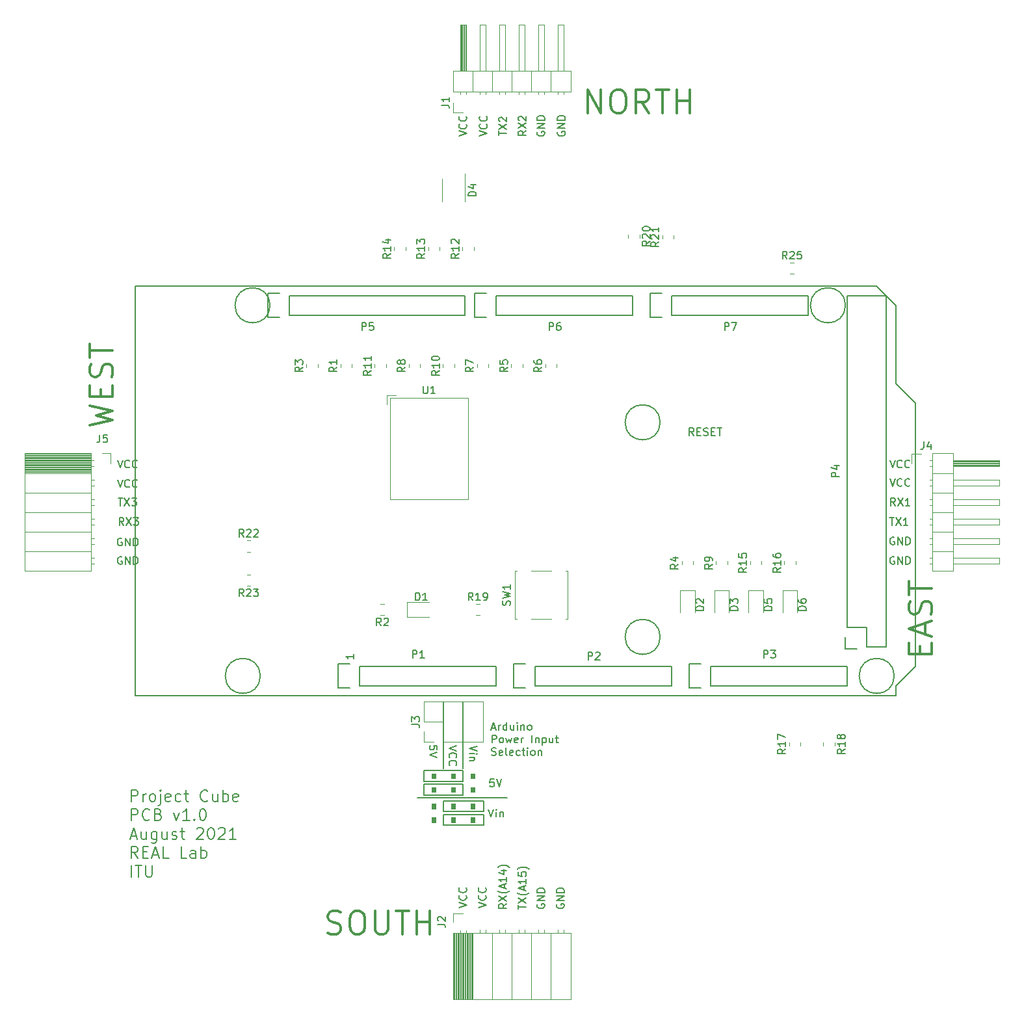
<source format=gbr>
%TF.GenerationSoftware,KiCad,Pcbnew,(5.1.10)-1*%
%TF.CreationDate,2021-08-25T18:12:28+02:00*%
%TF.ProjectId,2DMega,32444d65-6761-42e6-9b69-6361645f7063,rev?*%
%TF.SameCoordinates,Original*%
%TF.FileFunction,Legend,Top*%
%TF.FilePolarity,Positive*%
%FSLAX46Y46*%
G04 Gerber Fmt 4.6, Leading zero omitted, Abs format (unit mm)*
G04 Created by KiCad (PCBNEW (5.1.10)-1) date 2021-08-25 18:12:28*
%MOMM*%
%LPD*%
G01*
G04 APERTURE LIST*
%ADD10C,0.150000*%
%ADD11C,0.200000*%
%ADD12C,0.100000*%
%ADD13C,0.300000*%
%ADD14C,0.120000*%
G04 APERTURE END LIST*
D10*
X176093619Y-87828380D02*
X175760285Y-87352190D01*
X175522190Y-87828380D02*
X175522190Y-86828380D01*
X175903142Y-86828380D01*
X175998380Y-86876000D01*
X176046000Y-86923619D01*
X176093619Y-87018857D01*
X176093619Y-87161714D01*
X176046000Y-87256952D01*
X175998380Y-87304571D01*
X175903142Y-87352190D01*
X175522190Y-87352190D01*
X176522190Y-87304571D02*
X176855523Y-87304571D01*
X176998380Y-87828380D02*
X176522190Y-87828380D01*
X176522190Y-86828380D01*
X176998380Y-86828380D01*
X177379333Y-87780761D02*
X177522190Y-87828380D01*
X177760285Y-87828380D01*
X177855523Y-87780761D01*
X177903142Y-87733142D01*
X177950761Y-87637904D01*
X177950761Y-87542666D01*
X177903142Y-87447428D01*
X177855523Y-87399809D01*
X177760285Y-87352190D01*
X177569809Y-87304571D01*
X177474571Y-87256952D01*
X177426952Y-87209333D01*
X177379333Y-87114095D01*
X177379333Y-87018857D01*
X177426952Y-86923619D01*
X177474571Y-86876000D01*
X177569809Y-86828380D01*
X177807904Y-86828380D01*
X177950761Y-86876000D01*
X178379333Y-87304571D02*
X178712666Y-87304571D01*
X178855523Y-87828380D02*
X178379333Y-87828380D01*
X178379333Y-86828380D01*
X178855523Y-86828380D01*
X179141238Y-86828380D02*
X179712666Y-86828380D01*
X179426952Y-87828380D02*
X179426952Y-86828380D01*
D11*
X102849142Y-135478571D02*
X102849142Y-133978571D01*
X103420571Y-133978571D01*
X103563428Y-134050000D01*
X103634857Y-134121428D01*
X103706285Y-134264285D01*
X103706285Y-134478571D01*
X103634857Y-134621428D01*
X103563428Y-134692857D01*
X103420571Y-134764285D01*
X102849142Y-134764285D01*
X104349142Y-135478571D02*
X104349142Y-134478571D01*
X104349142Y-134764285D02*
X104420571Y-134621428D01*
X104492000Y-134550000D01*
X104634857Y-134478571D01*
X104777714Y-134478571D01*
X105492000Y-135478571D02*
X105349142Y-135407142D01*
X105277714Y-135335714D01*
X105206285Y-135192857D01*
X105206285Y-134764285D01*
X105277714Y-134621428D01*
X105349142Y-134550000D01*
X105492000Y-134478571D01*
X105706285Y-134478571D01*
X105849142Y-134550000D01*
X105920571Y-134621428D01*
X105992000Y-134764285D01*
X105992000Y-135192857D01*
X105920571Y-135335714D01*
X105849142Y-135407142D01*
X105706285Y-135478571D01*
X105492000Y-135478571D01*
X106634857Y-134478571D02*
X106634857Y-135764285D01*
X106563428Y-135907142D01*
X106420571Y-135978571D01*
X106349142Y-135978571D01*
X106634857Y-133978571D02*
X106563428Y-134050000D01*
X106634857Y-134121428D01*
X106706285Y-134050000D01*
X106634857Y-133978571D01*
X106634857Y-134121428D01*
X107920571Y-135407142D02*
X107777714Y-135478571D01*
X107492000Y-135478571D01*
X107349142Y-135407142D01*
X107277714Y-135264285D01*
X107277714Y-134692857D01*
X107349142Y-134550000D01*
X107492000Y-134478571D01*
X107777714Y-134478571D01*
X107920571Y-134550000D01*
X107992000Y-134692857D01*
X107992000Y-134835714D01*
X107277714Y-134978571D01*
X109277714Y-135407142D02*
X109134857Y-135478571D01*
X108849142Y-135478571D01*
X108706285Y-135407142D01*
X108634857Y-135335714D01*
X108563428Y-135192857D01*
X108563428Y-134764285D01*
X108634857Y-134621428D01*
X108706285Y-134550000D01*
X108849142Y-134478571D01*
X109134857Y-134478571D01*
X109277714Y-134550000D01*
X109706285Y-134478571D02*
X110277714Y-134478571D01*
X109920571Y-133978571D02*
X109920571Y-135264285D01*
X109992000Y-135407142D01*
X110134857Y-135478571D01*
X110277714Y-135478571D01*
X112777714Y-135335714D02*
X112706285Y-135407142D01*
X112492000Y-135478571D01*
X112349142Y-135478571D01*
X112134857Y-135407142D01*
X111992000Y-135264285D01*
X111920571Y-135121428D01*
X111849142Y-134835714D01*
X111849142Y-134621428D01*
X111920571Y-134335714D01*
X111992000Y-134192857D01*
X112134857Y-134050000D01*
X112349142Y-133978571D01*
X112492000Y-133978571D01*
X112706285Y-134050000D01*
X112777714Y-134121428D01*
X114063428Y-134478571D02*
X114063428Y-135478571D01*
X113420571Y-134478571D02*
X113420571Y-135264285D01*
X113492000Y-135407142D01*
X113634857Y-135478571D01*
X113849142Y-135478571D01*
X113992000Y-135407142D01*
X114063428Y-135335714D01*
X114777714Y-135478571D02*
X114777714Y-133978571D01*
X114777714Y-134550000D02*
X114920571Y-134478571D01*
X115206285Y-134478571D01*
X115349142Y-134550000D01*
X115420571Y-134621428D01*
X115492000Y-134764285D01*
X115492000Y-135192857D01*
X115420571Y-135335714D01*
X115349142Y-135407142D01*
X115206285Y-135478571D01*
X114920571Y-135478571D01*
X114777714Y-135407142D01*
X116706285Y-135407142D02*
X116563428Y-135478571D01*
X116277714Y-135478571D01*
X116134857Y-135407142D01*
X116063428Y-135264285D01*
X116063428Y-134692857D01*
X116134857Y-134550000D01*
X116277714Y-134478571D01*
X116563428Y-134478571D01*
X116706285Y-134550000D01*
X116777714Y-134692857D01*
X116777714Y-134835714D01*
X116063428Y-134978571D01*
X102849142Y-137928571D02*
X102849142Y-136428571D01*
X103420571Y-136428571D01*
X103563428Y-136500000D01*
X103634857Y-136571428D01*
X103706285Y-136714285D01*
X103706285Y-136928571D01*
X103634857Y-137071428D01*
X103563428Y-137142857D01*
X103420571Y-137214285D01*
X102849142Y-137214285D01*
X105206285Y-137785714D02*
X105134857Y-137857142D01*
X104920571Y-137928571D01*
X104777714Y-137928571D01*
X104563428Y-137857142D01*
X104420571Y-137714285D01*
X104349142Y-137571428D01*
X104277714Y-137285714D01*
X104277714Y-137071428D01*
X104349142Y-136785714D01*
X104420571Y-136642857D01*
X104563428Y-136500000D01*
X104777714Y-136428571D01*
X104920571Y-136428571D01*
X105134857Y-136500000D01*
X105206285Y-136571428D01*
X106349142Y-137142857D02*
X106563428Y-137214285D01*
X106634857Y-137285714D01*
X106706285Y-137428571D01*
X106706285Y-137642857D01*
X106634857Y-137785714D01*
X106563428Y-137857142D01*
X106420571Y-137928571D01*
X105849142Y-137928571D01*
X105849142Y-136428571D01*
X106349142Y-136428571D01*
X106492000Y-136500000D01*
X106563428Y-136571428D01*
X106634857Y-136714285D01*
X106634857Y-136857142D01*
X106563428Y-137000000D01*
X106492000Y-137071428D01*
X106349142Y-137142857D01*
X105849142Y-137142857D01*
X108349142Y-136928571D02*
X108706285Y-137928571D01*
X109063428Y-136928571D01*
X110420571Y-137928571D02*
X109563428Y-137928571D01*
X109992000Y-137928571D02*
X109992000Y-136428571D01*
X109849142Y-136642857D01*
X109706285Y-136785714D01*
X109563428Y-136857142D01*
X111063428Y-137785714D02*
X111134857Y-137857142D01*
X111063428Y-137928571D01*
X110992000Y-137857142D01*
X111063428Y-137785714D01*
X111063428Y-137928571D01*
X112063428Y-136428571D02*
X112206285Y-136428571D01*
X112349142Y-136500000D01*
X112420571Y-136571428D01*
X112492000Y-136714285D01*
X112563428Y-137000000D01*
X112563428Y-137357142D01*
X112492000Y-137642857D01*
X112420571Y-137785714D01*
X112349142Y-137857142D01*
X112206285Y-137928571D01*
X112063428Y-137928571D01*
X111920571Y-137857142D01*
X111849142Y-137785714D01*
X111777714Y-137642857D01*
X111706285Y-137357142D01*
X111706285Y-137000000D01*
X111777714Y-136714285D01*
X111849142Y-136571428D01*
X111920571Y-136500000D01*
X112063428Y-136428571D01*
X102777714Y-139950000D02*
X103492000Y-139950000D01*
X102634857Y-140378571D02*
X103134857Y-138878571D01*
X103634857Y-140378571D01*
X104777714Y-139378571D02*
X104777714Y-140378571D01*
X104134857Y-139378571D02*
X104134857Y-140164285D01*
X104206285Y-140307142D01*
X104349142Y-140378571D01*
X104563428Y-140378571D01*
X104706285Y-140307142D01*
X104777714Y-140235714D01*
X106134857Y-139378571D02*
X106134857Y-140592857D01*
X106063428Y-140735714D01*
X105992000Y-140807142D01*
X105849142Y-140878571D01*
X105634857Y-140878571D01*
X105492000Y-140807142D01*
X106134857Y-140307142D02*
X105992000Y-140378571D01*
X105706285Y-140378571D01*
X105563428Y-140307142D01*
X105492000Y-140235714D01*
X105420571Y-140092857D01*
X105420571Y-139664285D01*
X105492000Y-139521428D01*
X105563428Y-139450000D01*
X105706285Y-139378571D01*
X105992000Y-139378571D01*
X106134857Y-139450000D01*
X107492000Y-139378571D02*
X107492000Y-140378571D01*
X106849142Y-139378571D02*
X106849142Y-140164285D01*
X106920571Y-140307142D01*
X107063428Y-140378571D01*
X107277714Y-140378571D01*
X107420571Y-140307142D01*
X107492000Y-140235714D01*
X108134857Y-140307142D02*
X108277714Y-140378571D01*
X108563428Y-140378571D01*
X108706285Y-140307142D01*
X108777714Y-140164285D01*
X108777714Y-140092857D01*
X108706285Y-139950000D01*
X108563428Y-139878571D01*
X108349142Y-139878571D01*
X108206285Y-139807142D01*
X108134857Y-139664285D01*
X108134857Y-139592857D01*
X108206285Y-139450000D01*
X108349142Y-139378571D01*
X108563428Y-139378571D01*
X108706285Y-139450000D01*
X109206285Y-139378571D02*
X109777714Y-139378571D01*
X109420571Y-138878571D02*
X109420571Y-140164285D01*
X109492000Y-140307142D01*
X109634857Y-140378571D01*
X109777714Y-140378571D01*
X111349142Y-139021428D02*
X111420571Y-138950000D01*
X111563428Y-138878571D01*
X111920571Y-138878571D01*
X112063428Y-138950000D01*
X112134857Y-139021428D01*
X112206285Y-139164285D01*
X112206285Y-139307142D01*
X112134857Y-139521428D01*
X111277714Y-140378571D01*
X112206285Y-140378571D01*
X113134857Y-138878571D02*
X113277714Y-138878571D01*
X113420571Y-138950000D01*
X113492000Y-139021428D01*
X113563428Y-139164285D01*
X113634857Y-139450000D01*
X113634857Y-139807142D01*
X113563428Y-140092857D01*
X113492000Y-140235714D01*
X113420571Y-140307142D01*
X113277714Y-140378571D01*
X113134857Y-140378571D01*
X112992000Y-140307142D01*
X112920571Y-140235714D01*
X112849142Y-140092857D01*
X112777714Y-139807142D01*
X112777714Y-139450000D01*
X112849142Y-139164285D01*
X112920571Y-139021428D01*
X112992000Y-138950000D01*
X113134857Y-138878571D01*
X114206285Y-139021428D02*
X114277714Y-138950000D01*
X114420571Y-138878571D01*
X114777714Y-138878571D01*
X114920571Y-138950000D01*
X114992000Y-139021428D01*
X115063428Y-139164285D01*
X115063428Y-139307142D01*
X114992000Y-139521428D01*
X114134857Y-140378571D01*
X115063428Y-140378571D01*
X116492000Y-140378571D02*
X115634857Y-140378571D01*
X116063428Y-140378571D02*
X116063428Y-138878571D01*
X115920571Y-139092857D01*
X115777714Y-139235714D01*
X115634857Y-139307142D01*
X103706285Y-142828571D02*
X103206285Y-142114285D01*
X102849142Y-142828571D02*
X102849142Y-141328571D01*
X103420571Y-141328571D01*
X103563428Y-141400000D01*
X103634857Y-141471428D01*
X103706285Y-141614285D01*
X103706285Y-141828571D01*
X103634857Y-141971428D01*
X103563428Y-142042857D01*
X103420571Y-142114285D01*
X102849142Y-142114285D01*
X104349142Y-142042857D02*
X104849142Y-142042857D01*
X105063428Y-142828571D02*
X104349142Y-142828571D01*
X104349142Y-141328571D01*
X105063428Y-141328571D01*
X105634857Y-142400000D02*
X106349142Y-142400000D01*
X105492000Y-142828571D02*
X105992000Y-141328571D01*
X106492000Y-142828571D01*
X107706285Y-142828571D02*
X106992000Y-142828571D01*
X106992000Y-141328571D01*
X110063428Y-142828571D02*
X109349142Y-142828571D01*
X109349142Y-141328571D01*
X111206285Y-142828571D02*
X111206285Y-142042857D01*
X111134857Y-141900000D01*
X110992000Y-141828571D01*
X110706285Y-141828571D01*
X110563428Y-141900000D01*
X111206285Y-142757142D02*
X111063428Y-142828571D01*
X110706285Y-142828571D01*
X110563428Y-142757142D01*
X110492000Y-142614285D01*
X110492000Y-142471428D01*
X110563428Y-142328571D01*
X110706285Y-142257142D01*
X111063428Y-142257142D01*
X111206285Y-142185714D01*
X111920571Y-142828571D02*
X111920571Y-141328571D01*
X111920571Y-141900000D02*
X112063428Y-141828571D01*
X112349142Y-141828571D01*
X112492000Y-141900000D01*
X112563428Y-141971428D01*
X112634857Y-142114285D01*
X112634857Y-142542857D01*
X112563428Y-142685714D01*
X112492000Y-142757142D01*
X112349142Y-142828571D01*
X112063428Y-142828571D01*
X111920571Y-142757142D01*
X102849142Y-145278571D02*
X102849142Y-143778571D01*
X103349142Y-143778571D02*
X104206285Y-143778571D01*
X103777714Y-145278571D02*
X103777714Y-143778571D01*
X104706285Y-143778571D02*
X104706285Y-144992857D01*
X104777714Y-145135714D01*
X104849142Y-145207142D01*
X104992000Y-145278571D01*
X105277714Y-145278571D01*
X105420571Y-145207142D01*
X105492000Y-145135714D01*
X105563428Y-144992857D01*
X105563428Y-143778571D01*
D10*
X148717000Y-138557000D02*
X148717000Y-137160000D01*
X143510000Y-138557000D02*
X148717000Y-138557000D01*
D12*
G36*
X145034000Y-138176000D02*
G01*
X144526000Y-138176000D01*
X144526000Y-137541000D01*
X145034000Y-137541000D01*
X145034000Y-138176000D01*
G37*
X145034000Y-138176000D02*
X144526000Y-138176000D01*
X144526000Y-137541000D01*
X145034000Y-137541000D01*
X145034000Y-138176000D01*
D10*
X148717000Y-137160000D02*
X143510000Y-137160000D01*
D12*
G36*
X142494000Y-138176000D02*
G01*
X141986000Y-138176000D01*
X141986000Y-137541000D01*
X142494000Y-137541000D01*
X142494000Y-138176000D01*
G37*
X142494000Y-138176000D02*
X141986000Y-138176000D01*
X141986000Y-137541000D01*
X142494000Y-137541000D01*
X142494000Y-138176000D01*
G36*
X147574000Y-138176000D02*
G01*
X147066000Y-138176000D01*
X147066000Y-137541000D01*
X147574000Y-137541000D01*
X147574000Y-138176000D01*
G37*
X147574000Y-138176000D02*
X147066000Y-138176000D01*
X147066000Y-137541000D01*
X147574000Y-137541000D01*
X147574000Y-138176000D01*
D10*
X143510000Y-137160000D02*
X143510000Y-138557000D01*
X149344190Y-136485380D02*
X149677523Y-137485380D01*
X150010857Y-136485380D01*
X150344190Y-137485380D02*
X150344190Y-136818714D01*
X150344190Y-136485380D02*
X150296571Y-136533000D01*
X150344190Y-136580619D01*
X150391809Y-136533000D01*
X150344190Y-136485380D01*
X150344190Y-136580619D01*
X150820380Y-136818714D02*
X150820380Y-137485380D01*
X150820380Y-136913952D02*
X150868000Y-136866333D01*
X150963238Y-136818714D01*
X151106095Y-136818714D01*
X151201333Y-136866333D01*
X151248952Y-136961571D01*
X151248952Y-137485380D01*
X140081000Y-135001000D02*
X151765000Y-135001000D01*
D12*
G36*
X145034000Y-134239000D02*
G01*
X144526000Y-134239000D01*
X144526000Y-133604000D01*
X145034000Y-133604000D01*
X145034000Y-134239000D01*
G37*
X145034000Y-134239000D02*
X144526000Y-134239000D01*
X144526000Y-133604000D01*
X145034000Y-133604000D01*
X145034000Y-134239000D01*
D10*
X140970000Y-134620000D02*
X146050000Y-134620000D01*
D12*
G36*
X142494000Y-134239000D02*
G01*
X141986000Y-134239000D01*
X141986000Y-133604000D01*
X142494000Y-133604000D01*
X142494000Y-134239000D01*
G37*
X142494000Y-134239000D02*
X141986000Y-134239000D01*
X141986000Y-133604000D01*
X142494000Y-133604000D01*
X142494000Y-134239000D01*
D10*
X146050000Y-133223000D02*
X140970000Y-133223000D01*
D12*
G36*
X147574000Y-134239000D02*
G01*
X147066000Y-134239000D01*
X147066000Y-133604000D01*
X147574000Y-133604000D01*
X147574000Y-134239000D01*
G37*
X147574000Y-134239000D02*
X147066000Y-134239000D01*
X147066000Y-133604000D01*
X147574000Y-133604000D01*
X147574000Y-134239000D01*
D10*
X146050000Y-134620000D02*
X146050000Y-133223000D01*
X140970000Y-133223000D02*
X140970000Y-134620000D01*
X150050523Y-132548380D02*
X149574333Y-132548380D01*
X149526714Y-133024571D01*
X149574333Y-132976952D01*
X149669571Y-132929333D01*
X149907666Y-132929333D01*
X150002904Y-132976952D01*
X150050523Y-133024571D01*
X150098142Y-133119809D01*
X150098142Y-133357904D01*
X150050523Y-133453142D01*
X150002904Y-133500761D01*
X149907666Y-133548380D01*
X149669571Y-133548380D01*
X149574333Y-133500761D01*
X149526714Y-133453142D01*
X150383857Y-132548380D02*
X150717190Y-133548380D01*
X151050523Y-132548380D01*
X140970000Y-132842000D02*
X146050000Y-132842000D01*
X146050000Y-131445000D02*
X140970000Y-131445000D01*
X148717000Y-135382000D02*
X143510000Y-135382000D01*
X148717000Y-136779000D02*
X148717000Y-135382000D01*
X143510000Y-136779000D02*
X148717000Y-136779000D01*
X143510000Y-135382000D02*
X143510000Y-136779000D01*
X146050000Y-132842000D02*
X146050000Y-131445000D01*
X140970000Y-131445000D02*
X140970000Y-132842000D01*
D12*
G36*
X147574000Y-136398000D02*
G01*
X147066000Y-136398000D01*
X147066000Y-135763000D01*
X147574000Y-135763000D01*
X147574000Y-136398000D01*
G37*
X147574000Y-136398000D02*
X147066000Y-136398000D01*
X147066000Y-135763000D01*
X147574000Y-135763000D01*
X147574000Y-136398000D01*
G36*
X145034000Y-136398000D02*
G01*
X144526000Y-136398000D01*
X144526000Y-135763000D01*
X145034000Y-135763000D01*
X145034000Y-136398000D01*
G37*
X145034000Y-136398000D02*
X144526000Y-136398000D01*
X144526000Y-135763000D01*
X145034000Y-135763000D01*
X145034000Y-136398000D01*
G36*
X142494000Y-136398000D02*
G01*
X141986000Y-136398000D01*
X141986000Y-135763000D01*
X142494000Y-135763000D01*
X142494000Y-136398000D01*
G37*
X142494000Y-136398000D02*
X141986000Y-136398000D01*
X141986000Y-135763000D01*
X142494000Y-135763000D01*
X142494000Y-136398000D01*
G36*
X147574000Y-132461000D02*
G01*
X147066000Y-132461000D01*
X147066000Y-131826000D01*
X147574000Y-131826000D01*
X147574000Y-132461000D01*
G37*
X147574000Y-132461000D02*
X147066000Y-132461000D01*
X147066000Y-131826000D01*
X147574000Y-131826000D01*
X147574000Y-132461000D01*
G36*
X145034000Y-132461000D02*
G01*
X144526000Y-132461000D01*
X144526000Y-131826000D01*
X145034000Y-131826000D01*
X145034000Y-132461000D01*
G37*
X145034000Y-132461000D02*
X144526000Y-132461000D01*
X144526000Y-131826000D01*
X145034000Y-131826000D01*
X145034000Y-132461000D01*
G36*
X142494000Y-132461000D02*
G01*
X141986000Y-132461000D01*
X141986000Y-131826000D01*
X142494000Y-131826000D01*
X142494000Y-132461000D01*
G37*
X142494000Y-132461000D02*
X141986000Y-132461000D01*
X141986000Y-131826000D01*
X142494000Y-131826000D01*
X142494000Y-132461000D01*
D10*
X149766976Y-125897666D02*
X150243166Y-125897666D01*
X149671738Y-126183380D02*
X150005071Y-125183380D01*
X150338404Y-126183380D01*
X150671738Y-126183380D02*
X150671738Y-125516714D01*
X150671738Y-125707190D02*
X150719357Y-125611952D01*
X150766976Y-125564333D01*
X150862214Y-125516714D01*
X150957452Y-125516714D01*
X151719357Y-126183380D02*
X151719357Y-125183380D01*
X151719357Y-126135761D02*
X151624119Y-126183380D01*
X151433642Y-126183380D01*
X151338404Y-126135761D01*
X151290785Y-126088142D01*
X151243166Y-125992904D01*
X151243166Y-125707190D01*
X151290785Y-125611952D01*
X151338404Y-125564333D01*
X151433642Y-125516714D01*
X151624119Y-125516714D01*
X151719357Y-125564333D01*
X152624119Y-125516714D02*
X152624119Y-126183380D01*
X152195547Y-125516714D02*
X152195547Y-126040523D01*
X152243166Y-126135761D01*
X152338404Y-126183380D01*
X152481261Y-126183380D01*
X152576500Y-126135761D01*
X152624119Y-126088142D01*
X153100309Y-126183380D02*
X153100309Y-125516714D01*
X153100309Y-125183380D02*
X153052690Y-125231000D01*
X153100309Y-125278619D01*
X153147928Y-125231000D01*
X153100309Y-125183380D01*
X153100309Y-125278619D01*
X153576500Y-125516714D02*
X153576500Y-126183380D01*
X153576500Y-125611952D02*
X153624119Y-125564333D01*
X153719357Y-125516714D01*
X153862214Y-125516714D01*
X153957452Y-125564333D01*
X154005071Y-125659571D01*
X154005071Y-126183380D01*
X154624119Y-126183380D02*
X154528880Y-126135761D01*
X154481261Y-126088142D01*
X154433642Y-125992904D01*
X154433642Y-125707190D01*
X154481261Y-125611952D01*
X154528880Y-125564333D01*
X154624119Y-125516714D01*
X154766976Y-125516714D01*
X154862214Y-125564333D01*
X154909833Y-125611952D01*
X154957452Y-125707190D01*
X154957452Y-125992904D01*
X154909833Y-126088142D01*
X154862214Y-126135761D01*
X154766976Y-126183380D01*
X154624119Y-126183380D01*
X149814595Y-127833380D02*
X149814595Y-126833380D01*
X150195547Y-126833380D01*
X150290785Y-126881000D01*
X150338404Y-126928619D01*
X150386023Y-127023857D01*
X150386023Y-127166714D01*
X150338404Y-127261952D01*
X150290785Y-127309571D01*
X150195547Y-127357190D01*
X149814595Y-127357190D01*
X150957452Y-127833380D02*
X150862214Y-127785761D01*
X150814595Y-127738142D01*
X150766976Y-127642904D01*
X150766976Y-127357190D01*
X150814595Y-127261952D01*
X150862214Y-127214333D01*
X150957452Y-127166714D01*
X151100309Y-127166714D01*
X151195547Y-127214333D01*
X151243166Y-127261952D01*
X151290785Y-127357190D01*
X151290785Y-127642904D01*
X151243166Y-127738142D01*
X151195547Y-127785761D01*
X151100309Y-127833380D01*
X150957452Y-127833380D01*
X151624119Y-127166714D02*
X151814595Y-127833380D01*
X152005071Y-127357190D01*
X152195547Y-127833380D01*
X152386023Y-127166714D01*
X153147928Y-127785761D02*
X153052690Y-127833380D01*
X152862214Y-127833380D01*
X152766976Y-127785761D01*
X152719357Y-127690523D01*
X152719357Y-127309571D01*
X152766976Y-127214333D01*
X152862214Y-127166714D01*
X153052690Y-127166714D01*
X153147928Y-127214333D01*
X153195547Y-127309571D01*
X153195547Y-127404809D01*
X152719357Y-127500047D01*
X153624119Y-127833380D02*
X153624119Y-127166714D01*
X153624119Y-127357190D02*
X153671738Y-127261952D01*
X153719357Y-127214333D01*
X153814595Y-127166714D01*
X153909833Y-127166714D01*
X155005071Y-127833380D02*
X155005071Y-126833380D01*
X155481261Y-127166714D02*
X155481261Y-127833380D01*
X155481261Y-127261952D02*
X155528880Y-127214333D01*
X155624119Y-127166714D01*
X155766976Y-127166714D01*
X155862214Y-127214333D01*
X155909833Y-127309571D01*
X155909833Y-127833380D01*
X156386023Y-127166714D02*
X156386023Y-128166714D01*
X156386023Y-127214333D02*
X156481261Y-127166714D01*
X156671738Y-127166714D01*
X156766976Y-127214333D01*
X156814595Y-127261952D01*
X156862214Y-127357190D01*
X156862214Y-127642904D01*
X156814595Y-127738142D01*
X156766976Y-127785761D01*
X156671738Y-127833380D01*
X156481261Y-127833380D01*
X156386023Y-127785761D01*
X157719357Y-127166714D02*
X157719357Y-127833380D01*
X157290785Y-127166714D02*
X157290785Y-127690523D01*
X157338404Y-127785761D01*
X157433642Y-127833380D01*
X157576500Y-127833380D01*
X157671738Y-127785761D01*
X157719357Y-127738142D01*
X158052690Y-127166714D02*
X158433642Y-127166714D01*
X158195547Y-126833380D02*
X158195547Y-127690523D01*
X158243166Y-127785761D01*
X158338404Y-127833380D01*
X158433642Y-127833380D01*
X149766976Y-129435761D02*
X149909833Y-129483380D01*
X150147928Y-129483380D01*
X150243166Y-129435761D01*
X150290785Y-129388142D01*
X150338404Y-129292904D01*
X150338404Y-129197666D01*
X150290785Y-129102428D01*
X150243166Y-129054809D01*
X150147928Y-129007190D01*
X149957452Y-128959571D01*
X149862214Y-128911952D01*
X149814595Y-128864333D01*
X149766976Y-128769095D01*
X149766976Y-128673857D01*
X149814595Y-128578619D01*
X149862214Y-128531000D01*
X149957452Y-128483380D01*
X150195547Y-128483380D01*
X150338404Y-128531000D01*
X151147928Y-129435761D02*
X151052690Y-129483380D01*
X150862214Y-129483380D01*
X150766976Y-129435761D01*
X150719357Y-129340523D01*
X150719357Y-128959571D01*
X150766976Y-128864333D01*
X150862214Y-128816714D01*
X151052690Y-128816714D01*
X151147928Y-128864333D01*
X151195547Y-128959571D01*
X151195547Y-129054809D01*
X150719357Y-129150047D01*
X151766976Y-129483380D02*
X151671738Y-129435761D01*
X151624119Y-129340523D01*
X151624119Y-128483380D01*
X152528880Y-129435761D02*
X152433642Y-129483380D01*
X152243166Y-129483380D01*
X152147928Y-129435761D01*
X152100309Y-129340523D01*
X152100309Y-128959571D01*
X152147928Y-128864333D01*
X152243166Y-128816714D01*
X152433642Y-128816714D01*
X152528880Y-128864333D01*
X152576500Y-128959571D01*
X152576500Y-129054809D01*
X152100309Y-129150047D01*
X153433642Y-129435761D02*
X153338404Y-129483380D01*
X153147928Y-129483380D01*
X153052690Y-129435761D01*
X153005071Y-129388142D01*
X152957452Y-129292904D01*
X152957452Y-129007190D01*
X153005071Y-128911952D01*
X153052690Y-128864333D01*
X153147928Y-128816714D01*
X153338404Y-128816714D01*
X153433642Y-128864333D01*
X153719357Y-128816714D02*
X154100309Y-128816714D01*
X153862214Y-128483380D02*
X153862214Y-129340523D01*
X153909833Y-129435761D01*
X154005071Y-129483380D01*
X154100309Y-129483380D01*
X154433642Y-129483380D02*
X154433642Y-128816714D01*
X154433642Y-128483380D02*
X154386023Y-128531000D01*
X154433642Y-128578619D01*
X154481261Y-128531000D01*
X154433642Y-128483380D01*
X154433642Y-128578619D01*
X155052690Y-129483380D02*
X154957452Y-129435761D01*
X154909833Y-129388142D01*
X154862214Y-129292904D01*
X154862214Y-129007190D01*
X154909833Y-128911952D01*
X154957452Y-128864333D01*
X155052690Y-128816714D01*
X155195547Y-128816714D01*
X155290785Y-128864333D01*
X155338404Y-128911952D01*
X155386023Y-129007190D01*
X155386023Y-129292904D01*
X155338404Y-129388142D01*
X155290785Y-129435761D01*
X155195547Y-129483380D01*
X155052690Y-129483380D01*
X155814595Y-128816714D02*
X155814595Y-129483380D01*
X155814595Y-128911952D02*
X155862214Y-128864333D01*
X155957452Y-128816714D01*
X156100309Y-128816714D01*
X156195547Y-128864333D01*
X156243166Y-128959571D01*
X156243166Y-129483380D01*
X202184095Y-103640000D02*
X202088857Y-103592380D01*
X201946000Y-103592380D01*
X201803142Y-103640000D01*
X201707904Y-103735238D01*
X201660285Y-103830476D01*
X201612666Y-104020952D01*
X201612666Y-104163809D01*
X201660285Y-104354285D01*
X201707904Y-104449523D01*
X201803142Y-104544761D01*
X201946000Y-104592380D01*
X202041238Y-104592380D01*
X202184095Y-104544761D01*
X202231714Y-104497142D01*
X202231714Y-104163809D01*
X202041238Y-104163809D01*
X202660285Y-104592380D02*
X202660285Y-103592380D01*
X203231714Y-104592380D01*
X203231714Y-103592380D01*
X203707904Y-104592380D02*
X203707904Y-103592380D01*
X203946000Y-103592380D01*
X204088857Y-103640000D01*
X204184095Y-103735238D01*
X204231714Y-103830476D01*
X204279333Y-104020952D01*
X204279333Y-104163809D01*
X204231714Y-104354285D01*
X204184095Y-104449523D01*
X204088857Y-104544761D01*
X203946000Y-104592380D01*
X203707904Y-104592380D01*
X202184095Y-101100000D02*
X202088857Y-101052380D01*
X201946000Y-101052380D01*
X201803142Y-101100000D01*
X201707904Y-101195238D01*
X201660285Y-101290476D01*
X201612666Y-101480952D01*
X201612666Y-101623809D01*
X201660285Y-101814285D01*
X201707904Y-101909523D01*
X201803142Y-102004761D01*
X201946000Y-102052380D01*
X202041238Y-102052380D01*
X202184095Y-102004761D01*
X202231714Y-101957142D01*
X202231714Y-101623809D01*
X202041238Y-101623809D01*
X202660285Y-102052380D02*
X202660285Y-101052380D01*
X203231714Y-102052380D01*
X203231714Y-101052380D01*
X203707904Y-102052380D02*
X203707904Y-101052380D01*
X203946000Y-101052380D01*
X204088857Y-101100000D01*
X204184095Y-101195238D01*
X204231714Y-101290476D01*
X204279333Y-101480952D01*
X204279333Y-101623809D01*
X204231714Y-101814285D01*
X204184095Y-101909523D01*
X204088857Y-102004761D01*
X203946000Y-102052380D01*
X203707904Y-102052380D01*
X201580904Y-98512380D02*
X202152333Y-98512380D01*
X201866619Y-99512380D02*
X201866619Y-98512380D01*
X202390428Y-98512380D02*
X203057095Y-99512380D01*
X203057095Y-98512380D02*
X202390428Y-99512380D01*
X203961857Y-99512380D02*
X203390428Y-99512380D01*
X203676142Y-99512380D02*
X203676142Y-98512380D01*
X203580904Y-98655238D01*
X203485666Y-98750476D01*
X203390428Y-98798095D01*
X202303142Y-96972380D02*
X201969809Y-96496190D01*
X201731714Y-96972380D02*
X201731714Y-95972380D01*
X202112666Y-95972380D01*
X202207904Y-96020000D01*
X202255523Y-96067619D01*
X202303142Y-96162857D01*
X202303142Y-96305714D01*
X202255523Y-96400952D01*
X202207904Y-96448571D01*
X202112666Y-96496190D01*
X201731714Y-96496190D01*
X202636476Y-95972380D02*
X203303142Y-96972380D01*
X203303142Y-95972380D02*
X202636476Y-96972380D01*
X204207904Y-96972380D02*
X203636476Y-96972380D01*
X203922190Y-96972380D02*
X203922190Y-95972380D01*
X203826952Y-96115238D01*
X203731714Y-96210476D01*
X203636476Y-96258095D01*
X201612666Y-93432380D02*
X201946000Y-94432380D01*
X202279333Y-93432380D01*
X203184095Y-94337142D02*
X203136476Y-94384761D01*
X202993619Y-94432380D01*
X202898380Y-94432380D01*
X202755523Y-94384761D01*
X202660285Y-94289523D01*
X202612666Y-94194285D01*
X202565047Y-94003809D01*
X202565047Y-93860952D01*
X202612666Y-93670476D01*
X202660285Y-93575238D01*
X202755523Y-93480000D01*
X202898380Y-93432380D01*
X202993619Y-93432380D01*
X203136476Y-93480000D01*
X203184095Y-93527619D01*
X204184095Y-94337142D02*
X204136476Y-94384761D01*
X203993619Y-94432380D01*
X203898380Y-94432380D01*
X203755523Y-94384761D01*
X203660285Y-94289523D01*
X203612666Y-94194285D01*
X203565047Y-94003809D01*
X203565047Y-93860952D01*
X203612666Y-93670476D01*
X203660285Y-93575238D01*
X203755523Y-93480000D01*
X203898380Y-93432380D01*
X203993619Y-93432380D01*
X204136476Y-93480000D01*
X204184095Y-93527619D01*
X201612666Y-91019380D02*
X201946000Y-92019380D01*
X202279333Y-91019380D01*
X203184095Y-91924142D02*
X203136476Y-91971761D01*
X202993619Y-92019380D01*
X202898380Y-92019380D01*
X202755523Y-91971761D01*
X202660285Y-91876523D01*
X202612666Y-91781285D01*
X202565047Y-91590809D01*
X202565047Y-91447952D01*
X202612666Y-91257476D01*
X202660285Y-91162238D01*
X202755523Y-91067000D01*
X202898380Y-91019380D01*
X202993619Y-91019380D01*
X203136476Y-91067000D01*
X203184095Y-91114619D01*
X204184095Y-91924142D02*
X204136476Y-91971761D01*
X203993619Y-92019380D01*
X203898380Y-92019380D01*
X203755523Y-91971761D01*
X203660285Y-91876523D01*
X203612666Y-91781285D01*
X203565047Y-91590809D01*
X203565047Y-91447952D01*
X203612666Y-91257476D01*
X203660285Y-91162238D01*
X203755523Y-91067000D01*
X203898380Y-91019380D01*
X203993619Y-91019380D01*
X204136476Y-91067000D01*
X204184095Y-91114619D01*
X158377000Y-48259904D02*
X158329380Y-48355142D01*
X158329380Y-48498000D01*
X158377000Y-48640857D01*
X158472238Y-48736095D01*
X158567476Y-48783714D01*
X158757952Y-48831333D01*
X158900809Y-48831333D01*
X159091285Y-48783714D01*
X159186523Y-48736095D01*
X159281761Y-48640857D01*
X159329380Y-48498000D01*
X159329380Y-48402761D01*
X159281761Y-48259904D01*
X159234142Y-48212285D01*
X158900809Y-48212285D01*
X158900809Y-48402761D01*
X159329380Y-47783714D02*
X158329380Y-47783714D01*
X159329380Y-47212285D01*
X158329380Y-47212285D01*
X159329380Y-46736095D02*
X158329380Y-46736095D01*
X158329380Y-46498000D01*
X158377000Y-46355142D01*
X158472238Y-46259904D01*
X158567476Y-46212285D01*
X158757952Y-46164666D01*
X158900809Y-46164666D01*
X159091285Y-46212285D01*
X159186523Y-46259904D01*
X159281761Y-46355142D01*
X159329380Y-46498000D01*
X159329380Y-46736095D01*
X155710000Y-48259904D02*
X155662380Y-48355142D01*
X155662380Y-48498000D01*
X155710000Y-48640857D01*
X155805238Y-48736095D01*
X155900476Y-48783714D01*
X156090952Y-48831333D01*
X156233809Y-48831333D01*
X156424285Y-48783714D01*
X156519523Y-48736095D01*
X156614761Y-48640857D01*
X156662380Y-48498000D01*
X156662380Y-48402761D01*
X156614761Y-48259904D01*
X156567142Y-48212285D01*
X156233809Y-48212285D01*
X156233809Y-48402761D01*
X156662380Y-47783714D02*
X155662380Y-47783714D01*
X156662380Y-47212285D01*
X155662380Y-47212285D01*
X156662380Y-46736095D02*
X155662380Y-46736095D01*
X155662380Y-46498000D01*
X155710000Y-46355142D01*
X155805238Y-46259904D01*
X155900476Y-46212285D01*
X156090952Y-46164666D01*
X156233809Y-46164666D01*
X156424285Y-46212285D01*
X156519523Y-46259904D01*
X156614761Y-46355142D01*
X156662380Y-46498000D01*
X156662380Y-46736095D01*
X154249380Y-48140857D02*
X153773190Y-48474190D01*
X154249380Y-48712285D02*
X153249380Y-48712285D01*
X153249380Y-48331333D01*
X153297000Y-48236095D01*
X153344619Y-48188476D01*
X153439857Y-48140857D01*
X153582714Y-48140857D01*
X153677952Y-48188476D01*
X153725571Y-48236095D01*
X153773190Y-48331333D01*
X153773190Y-48712285D01*
X153249380Y-47807523D02*
X154249380Y-47140857D01*
X153249380Y-47140857D02*
X154249380Y-47807523D01*
X153344619Y-46807523D02*
X153297000Y-46759904D01*
X153249380Y-46664666D01*
X153249380Y-46426571D01*
X153297000Y-46331333D01*
X153344619Y-46283714D01*
X153439857Y-46236095D01*
X153535095Y-46236095D01*
X153677952Y-46283714D01*
X154249380Y-46855142D01*
X154249380Y-46236095D01*
X150709380Y-48736095D02*
X150709380Y-48164666D01*
X151709380Y-48450380D02*
X150709380Y-48450380D01*
X150709380Y-47926571D02*
X151709380Y-47259904D01*
X150709380Y-47259904D02*
X151709380Y-47926571D01*
X150804619Y-46926571D02*
X150757000Y-46878952D01*
X150709380Y-46783714D01*
X150709380Y-46545619D01*
X150757000Y-46450380D01*
X150804619Y-46402761D01*
X150899857Y-46355142D01*
X150995095Y-46355142D01*
X151137952Y-46402761D01*
X151709380Y-46974190D01*
X151709380Y-46355142D01*
X148169380Y-48831333D02*
X149169380Y-48498000D01*
X148169380Y-48164666D01*
X149074142Y-47259904D02*
X149121761Y-47307523D01*
X149169380Y-47450380D01*
X149169380Y-47545619D01*
X149121761Y-47688476D01*
X149026523Y-47783714D01*
X148931285Y-47831333D01*
X148740809Y-47878952D01*
X148597952Y-47878952D01*
X148407476Y-47831333D01*
X148312238Y-47783714D01*
X148217000Y-47688476D01*
X148169380Y-47545619D01*
X148169380Y-47450380D01*
X148217000Y-47307523D01*
X148264619Y-47259904D01*
X149074142Y-46259904D02*
X149121761Y-46307523D01*
X149169380Y-46450380D01*
X149169380Y-46545619D01*
X149121761Y-46688476D01*
X149026523Y-46783714D01*
X148931285Y-46831333D01*
X148740809Y-46878952D01*
X148597952Y-46878952D01*
X148407476Y-46831333D01*
X148312238Y-46783714D01*
X148217000Y-46688476D01*
X148169380Y-46545619D01*
X148169380Y-46450380D01*
X148217000Y-46307523D01*
X148264619Y-46259904D01*
X145502380Y-48831333D02*
X146502380Y-48498000D01*
X145502380Y-48164666D01*
X146407142Y-47259904D02*
X146454761Y-47307523D01*
X146502380Y-47450380D01*
X146502380Y-47545619D01*
X146454761Y-47688476D01*
X146359523Y-47783714D01*
X146264285Y-47831333D01*
X146073809Y-47878952D01*
X145930952Y-47878952D01*
X145740476Y-47831333D01*
X145645238Y-47783714D01*
X145550000Y-47688476D01*
X145502380Y-47545619D01*
X145502380Y-47450380D01*
X145550000Y-47307523D01*
X145597619Y-47259904D01*
X146407142Y-46259904D02*
X146454761Y-46307523D01*
X146502380Y-46450380D01*
X146502380Y-46545619D01*
X146454761Y-46688476D01*
X146359523Y-46783714D01*
X146264285Y-46831333D01*
X146073809Y-46878952D01*
X145930952Y-46878952D01*
X145740476Y-46831333D01*
X145645238Y-46783714D01*
X145550000Y-46688476D01*
X145502380Y-46545619D01*
X145502380Y-46450380D01*
X145550000Y-46307523D01*
X145597619Y-46259904D01*
X158250000Y-148843904D02*
X158202380Y-148939142D01*
X158202380Y-149082000D01*
X158250000Y-149224857D01*
X158345238Y-149320095D01*
X158440476Y-149367714D01*
X158630952Y-149415333D01*
X158773809Y-149415333D01*
X158964285Y-149367714D01*
X159059523Y-149320095D01*
X159154761Y-149224857D01*
X159202380Y-149082000D01*
X159202380Y-148986761D01*
X159154761Y-148843904D01*
X159107142Y-148796285D01*
X158773809Y-148796285D01*
X158773809Y-148986761D01*
X159202380Y-148367714D02*
X158202380Y-148367714D01*
X159202380Y-147796285D01*
X158202380Y-147796285D01*
X159202380Y-147320095D02*
X158202380Y-147320095D01*
X158202380Y-147082000D01*
X158250000Y-146939142D01*
X158345238Y-146843904D01*
X158440476Y-146796285D01*
X158630952Y-146748666D01*
X158773809Y-146748666D01*
X158964285Y-146796285D01*
X159059523Y-146843904D01*
X159154761Y-146939142D01*
X159202380Y-147082000D01*
X159202380Y-147320095D01*
X155710000Y-148843904D02*
X155662380Y-148939142D01*
X155662380Y-149082000D01*
X155710000Y-149224857D01*
X155805238Y-149320095D01*
X155900476Y-149367714D01*
X156090952Y-149415333D01*
X156233809Y-149415333D01*
X156424285Y-149367714D01*
X156519523Y-149320095D01*
X156614761Y-149224857D01*
X156662380Y-149082000D01*
X156662380Y-148986761D01*
X156614761Y-148843904D01*
X156567142Y-148796285D01*
X156233809Y-148796285D01*
X156233809Y-148986761D01*
X156662380Y-148367714D02*
X155662380Y-148367714D01*
X156662380Y-147796285D01*
X155662380Y-147796285D01*
X156662380Y-147320095D02*
X155662380Y-147320095D01*
X155662380Y-147082000D01*
X155710000Y-146939142D01*
X155805238Y-146843904D01*
X155900476Y-146796285D01*
X156090952Y-146748666D01*
X156233809Y-146748666D01*
X156424285Y-146796285D01*
X156519523Y-146843904D01*
X156614761Y-146939142D01*
X156662380Y-147082000D01*
X156662380Y-147320095D01*
X153249380Y-149494523D02*
X153249380Y-148923095D01*
X154249380Y-149208809D02*
X153249380Y-149208809D01*
X153249380Y-148685000D02*
X154249380Y-148018333D01*
X153249380Y-148018333D02*
X154249380Y-148685000D01*
X154630333Y-147351666D02*
X154582714Y-147399285D01*
X154439857Y-147494523D01*
X154344619Y-147542142D01*
X154201761Y-147589761D01*
X153963666Y-147637380D01*
X153773190Y-147637380D01*
X153535095Y-147589761D01*
X153392238Y-147542142D01*
X153297000Y-147494523D01*
X153154142Y-147399285D01*
X153106523Y-147351666D01*
X153963666Y-147018333D02*
X153963666Y-146542142D01*
X154249380Y-147113571D02*
X153249380Y-146780238D01*
X154249380Y-146446904D01*
X154249380Y-145589761D02*
X154249380Y-146161190D01*
X154249380Y-145875476D02*
X153249380Y-145875476D01*
X153392238Y-145970714D01*
X153487476Y-146065952D01*
X153535095Y-146161190D01*
X153249380Y-144685000D02*
X153249380Y-145161190D01*
X153725571Y-145208809D01*
X153677952Y-145161190D01*
X153630333Y-145065952D01*
X153630333Y-144827857D01*
X153677952Y-144732619D01*
X153725571Y-144685000D01*
X153820809Y-144637380D01*
X154058904Y-144637380D01*
X154154142Y-144685000D01*
X154201761Y-144732619D01*
X154249380Y-144827857D01*
X154249380Y-145065952D01*
X154201761Y-145161190D01*
X154154142Y-145208809D01*
X154630333Y-144304047D02*
X154582714Y-144256428D01*
X154439857Y-144161190D01*
X154344619Y-144113571D01*
X154201761Y-144065952D01*
X153963666Y-144018333D01*
X153773190Y-144018333D01*
X153535095Y-144065952D01*
X153392238Y-144113571D01*
X153297000Y-144161190D01*
X153154142Y-144256428D01*
X153106523Y-144304047D01*
X151709380Y-148772285D02*
X151233190Y-149105619D01*
X151709380Y-149343714D02*
X150709380Y-149343714D01*
X150709380Y-148962761D01*
X150757000Y-148867523D01*
X150804619Y-148819904D01*
X150899857Y-148772285D01*
X151042714Y-148772285D01*
X151137952Y-148819904D01*
X151185571Y-148867523D01*
X151233190Y-148962761D01*
X151233190Y-149343714D01*
X150709380Y-148438952D02*
X151709380Y-147772285D01*
X150709380Y-147772285D02*
X151709380Y-148438952D01*
X152090333Y-147105619D02*
X152042714Y-147153238D01*
X151899857Y-147248476D01*
X151804619Y-147296095D01*
X151661761Y-147343714D01*
X151423666Y-147391333D01*
X151233190Y-147391333D01*
X150995095Y-147343714D01*
X150852238Y-147296095D01*
X150757000Y-147248476D01*
X150614142Y-147153238D01*
X150566523Y-147105619D01*
X151423666Y-146772285D02*
X151423666Y-146296095D01*
X151709380Y-146867523D02*
X150709380Y-146534190D01*
X151709380Y-146200857D01*
X151709380Y-145343714D02*
X151709380Y-145915142D01*
X151709380Y-145629428D02*
X150709380Y-145629428D01*
X150852238Y-145724666D01*
X150947476Y-145819904D01*
X150995095Y-145915142D01*
X151042714Y-144486571D02*
X151709380Y-144486571D01*
X150661761Y-144724666D02*
X151376047Y-144962761D01*
X151376047Y-144343714D01*
X152090333Y-144058000D02*
X152042714Y-144010380D01*
X151899857Y-143915142D01*
X151804619Y-143867523D01*
X151661761Y-143819904D01*
X151423666Y-143772285D01*
X151233190Y-143772285D01*
X150995095Y-143819904D01*
X150852238Y-143867523D01*
X150757000Y-143915142D01*
X150614142Y-144010380D01*
X150566523Y-144058000D01*
X148042380Y-149288333D02*
X149042380Y-148955000D01*
X148042380Y-148621666D01*
X148947142Y-147716904D02*
X148994761Y-147764523D01*
X149042380Y-147907380D01*
X149042380Y-148002619D01*
X148994761Y-148145476D01*
X148899523Y-148240714D01*
X148804285Y-148288333D01*
X148613809Y-148335952D01*
X148470952Y-148335952D01*
X148280476Y-148288333D01*
X148185238Y-148240714D01*
X148090000Y-148145476D01*
X148042380Y-148002619D01*
X148042380Y-147907380D01*
X148090000Y-147764523D01*
X148137619Y-147716904D01*
X148947142Y-146716904D02*
X148994761Y-146764523D01*
X149042380Y-146907380D01*
X149042380Y-147002619D01*
X148994761Y-147145476D01*
X148899523Y-147240714D01*
X148804285Y-147288333D01*
X148613809Y-147335952D01*
X148470952Y-147335952D01*
X148280476Y-147288333D01*
X148185238Y-147240714D01*
X148090000Y-147145476D01*
X148042380Y-147002619D01*
X148042380Y-146907380D01*
X148090000Y-146764523D01*
X148137619Y-146716904D01*
X145502380Y-149288333D02*
X146502380Y-148955000D01*
X145502380Y-148621666D01*
X146407142Y-147716904D02*
X146454761Y-147764523D01*
X146502380Y-147907380D01*
X146502380Y-148002619D01*
X146454761Y-148145476D01*
X146359523Y-148240714D01*
X146264285Y-148288333D01*
X146073809Y-148335952D01*
X145930952Y-148335952D01*
X145740476Y-148288333D01*
X145645238Y-148240714D01*
X145550000Y-148145476D01*
X145502380Y-148002619D01*
X145502380Y-147907380D01*
X145550000Y-147764523D01*
X145597619Y-147716904D01*
X146407142Y-146716904D02*
X146454761Y-146764523D01*
X146502380Y-146907380D01*
X146502380Y-147002619D01*
X146454761Y-147145476D01*
X146359523Y-147240714D01*
X146264285Y-147288333D01*
X146073809Y-147335952D01*
X145930952Y-147335952D01*
X145740476Y-147288333D01*
X145645238Y-147240714D01*
X145550000Y-147145476D01*
X145502380Y-147002619D01*
X145502380Y-146907380D01*
X145550000Y-146764523D01*
X145597619Y-146716904D01*
X101600095Y-103640000D02*
X101504857Y-103592380D01*
X101362000Y-103592380D01*
X101219142Y-103640000D01*
X101123904Y-103735238D01*
X101076285Y-103830476D01*
X101028666Y-104020952D01*
X101028666Y-104163809D01*
X101076285Y-104354285D01*
X101123904Y-104449523D01*
X101219142Y-104544761D01*
X101362000Y-104592380D01*
X101457238Y-104592380D01*
X101600095Y-104544761D01*
X101647714Y-104497142D01*
X101647714Y-104163809D01*
X101457238Y-104163809D01*
X102076285Y-104592380D02*
X102076285Y-103592380D01*
X102647714Y-104592380D01*
X102647714Y-103592380D01*
X103123904Y-104592380D02*
X103123904Y-103592380D01*
X103362000Y-103592380D01*
X103504857Y-103640000D01*
X103600095Y-103735238D01*
X103647714Y-103830476D01*
X103695333Y-104020952D01*
X103695333Y-104163809D01*
X103647714Y-104354285D01*
X103600095Y-104449523D01*
X103504857Y-104544761D01*
X103362000Y-104592380D01*
X103123904Y-104592380D01*
X101600095Y-101227000D02*
X101504857Y-101179380D01*
X101362000Y-101179380D01*
X101219142Y-101227000D01*
X101123904Y-101322238D01*
X101076285Y-101417476D01*
X101028666Y-101607952D01*
X101028666Y-101750809D01*
X101076285Y-101941285D01*
X101123904Y-102036523D01*
X101219142Y-102131761D01*
X101362000Y-102179380D01*
X101457238Y-102179380D01*
X101600095Y-102131761D01*
X101647714Y-102084142D01*
X101647714Y-101750809D01*
X101457238Y-101750809D01*
X102076285Y-102179380D02*
X102076285Y-101179380D01*
X102647714Y-102179380D01*
X102647714Y-101179380D01*
X103123904Y-102179380D02*
X103123904Y-101179380D01*
X103362000Y-101179380D01*
X103504857Y-101227000D01*
X103600095Y-101322238D01*
X103647714Y-101417476D01*
X103695333Y-101607952D01*
X103695333Y-101750809D01*
X103647714Y-101941285D01*
X103600095Y-102036523D01*
X103504857Y-102131761D01*
X103362000Y-102179380D01*
X103123904Y-102179380D01*
X101846142Y-99512380D02*
X101512809Y-99036190D01*
X101274714Y-99512380D02*
X101274714Y-98512380D01*
X101655666Y-98512380D01*
X101750904Y-98560000D01*
X101798523Y-98607619D01*
X101846142Y-98702857D01*
X101846142Y-98845714D01*
X101798523Y-98940952D01*
X101750904Y-98988571D01*
X101655666Y-99036190D01*
X101274714Y-99036190D01*
X102179476Y-98512380D02*
X102846142Y-99512380D01*
X102846142Y-98512380D02*
X102179476Y-99512380D01*
X103131857Y-98512380D02*
X103750904Y-98512380D01*
X103417571Y-98893333D01*
X103560428Y-98893333D01*
X103655666Y-98940952D01*
X103703285Y-98988571D01*
X103750904Y-99083809D01*
X103750904Y-99321904D01*
X103703285Y-99417142D01*
X103655666Y-99464761D01*
X103560428Y-99512380D01*
X103274714Y-99512380D01*
X103179476Y-99464761D01*
X103131857Y-99417142D01*
X101123904Y-95972380D02*
X101695333Y-95972380D01*
X101409619Y-96972380D02*
X101409619Y-95972380D01*
X101933428Y-95972380D02*
X102600095Y-96972380D01*
X102600095Y-95972380D02*
X101933428Y-96972380D01*
X102885809Y-95972380D02*
X103504857Y-95972380D01*
X103171523Y-96353333D01*
X103314380Y-96353333D01*
X103409619Y-96400952D01*
X103457238Y-96448571D01*
X103504857Y-96543809D01*
X103504857Y-96781904D01*
X103457238Y-96877142D01*
X103409619Y-96924761D01*
X103314380Y-96972380D01*
X103028666Y-96972380D01*
X102933428Y-96924761D01*
X102885809Y-96877142D01*
X101028666Y-93559380D02*
X101362000Y-94559380D01*
X101695333Y-93559380D01*
X102600095Y-94464142D02*
X102552476Y-94511761D01*
X102409619Y-94559380D01*
X102314380Y-94559380D01*
X102171523Y-94511761D01*
X102076285Y-94416523D01*
X102028666Y-94321285D01*
X101981047Y-94130809D01*
X101981047Y-93987952D01*
X102028666Y-93797476D01*
X102076285Y-93702238D01*
X102171523Y-93607000D01*
X102314380Y-93559380D01*
X102409619Y-93559380D01*
X102552476Y-93607000D01*
X102600095Y-93654619D01*
X103600095Y-94464142D02*
X103552476Y-94511761D01*
X103409619Y-94559380D01*
X103314380Y-94559380D01*
X103171523Y-94511761D01*
X103076285Y-94416523D01*
X103028666Y-94321285D01*
X102981047Y-94130809D01*
X102981047Y-93987952D01*
X103028666Y-93797476D01*
X103076285Y-93702238D01*
X103171523Y-93607000D01*
X103314380Y-93559380D01*
X103409619Y-93559380D01*
X103552476Y-93607000D01*
X103600095Y-93654619D01*
X101028666Y-91019380D02*
X101362000Y-92019380D01*
X101695333Y-91019380D01*
X102600095Y-91924142D02*
X102552476Y-91971761D01*
X102409619Y-92019380D01*
X102314380Y-92019380D01*
X102171523Y-91971761D01*
X102076285Y-91876523D01*
X102028666Y-91781285D01*
X101981047Y-91590809D01*
X101981047Y-91447952D01*
X102028666Y-91257476D01*
X102076285Y-91162238D01*
X102171523Y-91067000D01*
X102314380Y-91019380D01*
X102409619Y-91019380D01*
X102552476Y-91067000D01*
X102600095Y-91114619D01*
X103600095Y-91924142D02*
X103552476Y-91971761D01*
X103409619Y-92019380D01*
X103314380Y-92019380D01*
X103171523Y-91971761D01*
X103076285Y-91876523D01*
X103028666Y-91781285D01*
X102981047Y-91590809D01*
X102981047Y-91447952D01*
X103028666Y-91257476D01*
X103076285Y-91162238D01*
X103171523Y-91067000D01*
X103314380Y-91019380D01*
X103409619Y-91019380D01*
X103552476Y-91067000D01*
X103600095Y-91114619D01*
X143510000Y-127695000D02*
X143510000Y-122555000D01*
X146050000Y-127635000D02*
X146050000Y-122555000D01*
X146050000Y-127635000D02*
X146050000Y-131191000D01*
X143510000Y-127695000D02*
X143510000Y-131191000D01*
X145200619Y-128206666D02*
X144200619Y-128540000D01*
X145200619Y-128873333D01*
X144295857Y-129778095D02*
X144248238Y-129730476D01*
X144200619Y-129587619D01*
X144200619Y-129492380D01*
X144248238Y-129349523D01*
X144343476Y-129254285D01*
X144438714Y-129206666D01*
X144629190Y-129159047D01*
X144772047Y-129159047D01*
X144962523Y-129206666D01*
X145057761Y-129254285D01*
X145153000Y-129349523D01*
X145200619Y-129492380D01*
X145200619Y-129587619D01*
X145153000Y-129730476D01*
X145105380Y-129778095D01*
X144295857Y-130778095D02*
X144248238Y-130730476D01*
X144200619Y-130587619D01*
X144200619Y-130492380D01*
X144248238Y-130349523D01*
X144343476Y-130254285D01*
X144438714Y-130206666D01*
X144629190Y-130159047D01*
X144772047Y-130159047D01*
X144962523Y-130206666D01*
X145057761Y-130254285D01*
X145153000Y-130349523D01*
X145200619Y-130492380D01*
X145200619Y-130587619D01*
X145153000Y-130730476D01*
X145105380Y-130778095D01*
X147867619Y-128262190D02*
X146867619Y-128595523D01*
X147867619Y-128928857D01*
X146867619Y-129262190D02*
X147534285Y-129262190D01*
X147867619Y-129262190D02*
X147820000Y-129214571D01*
X147772380Y-129262190D01*
X147820000Y-129309809D01*
X147867619Y-129262190D01*
X147772380Y-129262190D01*
X147534285Y-129738380D02*
X146867619Y-129738380D01*
X147439047Y-129738380D02*
X147486666Y-129786000D01*
X147534285Y-129881238D01*
X147534285Y-130024095D01*
X147486666Y-130119333D01*
X147391428Y-130166952D01*
X146867619Y-130166952D01*
X142660619Y-128714523D02*
X142660619Y-128238333D01*
X142184428Y-128190714D01*
X142232047Y-128238333D01*
X142279666Y-128333571D01*
X142279666Y-128571666D01*
X142232047Y-128666904D01*
X142184428Y-128714523D01*
X142089190Y-128762142D01*
X141851095Y-128762142D01*
X141755857Y-128714523D01*
X141708238Y-128666904D01*
X141660619Y-128571666D01*
X141660619Y-128333571D01*
X141708238Y-128238333D01*
X141755857Y-128190714D01*
X142660619Y-129047857D02*
X141660619Y-129381190D01*
X142660619Y-129714523D01*
D13*
X205525714Y-116260000D02*
X205525714Y-115260000D01*
X207097142Y-114831428D02*
X207097142Y-116260000D01*
X204097142Y-116260000D01*
X204097142Y-114831428D01*
X206240000Y-113688571D02*
X206240000Y-112260000D01*
X207097142Y-113974285D02*
X204097142Y-112974285D01*
X207097142Y-111974285D01*
X206954285Y-111117142D02*
X207097142Y-110688571D01*
X207097142Y-109974285D01*
X206954285Y-109688571D01*
X206811428Y-109545714D01*
X206525714Y-109402857D01*
X206240000Y-109402857D01*
X205954285Y-109545714D01*
X205811428Y-109688571D01*
X205668571Y-109974285D01*
X205525714Y-110545714D01*
X205382857Y-110831428D01*
X205240000Y-110974285D01*
X204954285Y-111117142D01*
X204668571Y-111117142D01*
X204382857Y-110974285D01*
X204240000Y-110831428D01*
X204097142Y-110545714D01*
X204097142Y-109831428D01*
X204240000Y-109402857D01*
X204097142Y-108545714D02*
X204097142Y-106831428D01*
X207097142Y-107688571D02*
X204097142Y-107688571D01*
X97417142Y-86494285D02*
X100417142Y-85780000D01*
X98274285Y-85208571D01*
X100417142Y-84637142D01*
X97417142Y-83922857D01*
X98845714Y-82780000D02*
X98845714Y-81780000D01*
X100417142Y-81351428D02*
X100417142Y-82780000D01*
X97417142Y-82780000D01*
X97417142Y-81351428D01*
X100274285Y-80208571D02*
X100417142Y-79780000D01*
X100417142Y-79065714D01*
X100274285Y-78780000D01*
X100131428Y-78637142D01*
X99845714Y-78494285D01*
X99560000Y-78494285D01*
X99274285Y-78637142D01*
X99131428Y-78780000D01*
X98988571Y-79065714D01*
X98845714Y-79637142D01*
X98702857Y-79922857D01*
X98560000Y-80065714D01*
X98274285Y-80208571D01*
X97988571Y-80208571D01*
X97702857Y-80065714D01*
X97560000Y-79922857D01*
X97417142Y-79637142D01*
X97417142Y-78922857D01*
X97560000Y-78494285D01*
X97417142Y-77637142D02*
X97417142Y-75922857D01*
X100417142Y-76780000D02*
X97417142Y-76780000D01*
X128413714Y-152598285D02*
X128842285Y-152741142D01*
X129556571Y-152741142D01*
X129842285Y-152598285D01*
X129985142Y-152455428D01*
X130128000Y-152169714D01*
X130128000Y-151884000D01*
X129985142Y-151598285D01*
X129842285Y-151455428D01*
X129556571Y-151312571D01*
X128985142Y-151169714D01*
X128699428Y-151026857D01*
X128556571Y-150884000D01*
X128413714Y-150598285D01*
X128413714Y-150312571D01*
X128556571Y-150026857D01*
X128699428Y-149884000D01*
X128985142Y-149741142D01*
X129699428Y-149741142D01*
X130128000Y-149884000D01*
X131985142Y-149741142D02*
X132556571Y-149741142D01*
X132842285Y-149884000D01*
X133128000Y-150169714D01*
X133270857Y-150741142D01*
X133270857Y-151741142D01*
X133128000Y-152312571D01*
X132842285Y-152598285D01*
X132556571Y-152741142D01*
X131985142Y-152741142D01*
X131699428Y-152598285D01*
X131413714Y-152312571D01*
X131270857Y-151741142D01*
X131270857Y-150741142D01*
X131413714Y-150169714D01*
X131699428Y-149884000D01*
X131985142Y-149741142D01*
X134556571Y-149741142D02*
X134556571Y-152169714D01*
X134699428Y-152455428D01*
X134842285Y-152598285D01*
X135128000Y-152741142D01*
X135699428Y-152741142D01*
X135985142Y-152598285D01*
X136128000Y-152455428D01*
X136270857Y-152169714D01*
X136270857Y-149741142D01*
X137270857Y-149741142D02*
X138985142Y-149741142D01*
X138128000Y-152741142D02*
X138128000Y-149741142D01*
X139985142Y-152741142D02*
X139985142Y-149741142D01*
X139985142Y-151169714D02*
X141699428Y-151169714D01*
X141699428Y-152741142D02*
X141699428Y-149741142D01*
X162267142Y-45807142D02*
X162267142Y-42807142D01*
X163981428Y-45807142D01*
X163981428Y-42807142D01*
X165981428Y-42807142D02*
X166552857Y-42807142D01*
X166838571Y-42950000D01*
X167124285Y-43235714D01*
X167267142Y-43807142D01*
X167267142Y-44807142D01*
X167124285Y-45378571D01*
X166838571Y-45664285D01*
X166552857Y-45807142D01*
X165981428Y-45807142D01*
X165695714Y-45664285D01*
X165410000Y-45378571D01*
X165267142Y-44807142D01*
X165267142Y-43807142D01*
X165410000Y-43235714D01*
X165695714Y-42950000D01*
X165981428Y-42807142D01*
X170267142Y-45807142D02*
X169267142Y-44378571D01*
X168552857Y-45807142D02*
X168552857Y-42807142D01*
X169695714Y-42807142D01*
X169981428Y-42950000D01*
X170124285Y-43092857D01*
X170267142Y-43378571D01*
X170267142Y-43807142D01*
X170124285Y-44092857D01*
X169981428Y-44235714D01*
X169695714Y-44378571D01*
X168552857Y-44378571D01*
X171124285Y-42807142D02*
X172838571Y-42807142D01*
X171981428Y-45807142D02*
X171981428Y-42807142D01*
X173838571Y-45807142D02*
X173838571Y-42807142D01*
X173838571Y-44235714D02*
X175552857Y-44235714D01*
X175552857Y-45807142D02*
X175552857Y-42807142D01*
D10*
X202438000Y-81026000D02*
X204978000Y-83566000D01*
X131770380Y-116300285D02*
X131770380Y-116871714D01*
X131770380Y-116586000D02*
X130770380Y-116586000D01*
X130913238Y-116681238D01*
X131008476Y-116776476D01*
X131056095Y-116871714D01*
X202438000Y-121666000D02*
X103378000Y-121666000D01*
X202438000Y-120396000D02*
X202438000Y-121666000D01*
X204978000Y-117856000D02*
X202438000Y-120396000D01*
X204978000Y-83566000D02*
X204978000Y-117856000D01*
X202438000Y-70866000D02*
X202438000Y-81026000D01*
X199898000Y-68326000D02*
X202438000Y-70866000D01*
X103378000Y-68326000D02*
X199898000Y-68326000D01*
X103378000Y-121666000D02*
X103378000Y-68326000D01*
%TO.C,P4*%
X201168000Y-115316000D02*
X201168000Y-69596000D01*
X196088000Y-69596000D02*
X196088000Y-112776000D01*
X201168000Y-69596000D02*
X196088000Y-69596000D01*
X201168000Y-115316000D02*
X198628000Y-115316000D01*
X195808000Y-114046000D02*
X195808000Y-115596000D01*
X198628000Y-115316000D02*
X198628000Y-112776000D01*
X198628000Y-112776000D02*
X196088000Y-112776000D01*
X195808000Y-115596000D02*
X197358000Y-115596000D01*
%TO.C,P1*%
X132588000Y-120396000D02*
X150368000Y-120396000D01*
X150368000Y-120396000D02*
X150368000Y-117856000D01*
X150368000Y-117856000D02*
X132588000Y-117856000D01*
X129768000Y-120676000D02*
X131318000Y-120676000D01*
X132588000Y-120396000D02*
X132588000Y-117856000D01*
X131318000Y-117576000D02*
X129768000Y-117576000D01*
X129768000Y-117576000D02*
X129768000Y-120676000D01*
%TO.C,P2*%
X155448000Y-120396000D02*
X173228000Y-120396000D01*
X173228000Y-120396000D02*
X173228000Y-117856000D01*
X173228000Y-117856000D02*
X155448000Y-117856000D01*
X152628000Y-120676000D02*
X154178000Y-120676000D01*
X155448000Y-120396000D02*
X155448000Y-117856000D01*
X154178000Y-117576000D02*
X152628000Y-117576000D01*
X152628000Y-117576000D02*
X152628000Y-120676000D01*
%TO.C,P3*%
X178308000Y-120396000D02*
X196088000Y-120396000D01*
X196088000Y-120396000D02*
X196088000Y-117856000D01*
X196088000Y-117856000D02*
X178308000Y-117856000D01*
X175488000Y-120676000D02*
X177038000Y-120676000D01*
X178308000Y-120396000D02*
X178308000Y-117856000D01*
X177038000Y-117576000D02*
X175488000Y-117576000D01*
X175488000Y-117576000D02*
X175488000Y-120676000D01*
%TO.C,P5*%
X123444000Y-72136000D02*
X146304000Y-72136000D01*
X146304000Y-72136000D02*
X146304000Y-69596000D01*
X146304000Y-69596000D02*
X123444000Y-69596000D01*
X120624000Y-72416000D02*
X122174000Y-72416000D01*
X123444000Y-72136000D02*
X123444000Y-69596000D01*
X122174000Y-69316000D02*
X120624000Y-69316000D01*
X120624000Y-69316000D02*
X120624000Y-72416000D01*
%TO.C,P6*%
X150368000Y-72136000D02*
X168148000Y-72136000D01*
X168148000Y-72136000D02*
X168148000Y-69596000D01*
X168148000Y-69596000D02*
X150368000Y-69596000D01*
X147548000Y-72416000D02*
X149098000Y-72416000D01*
X150368000Y-72136000D02*
X150368000Y-69596000D01*
X149098000Y-69316000D02*
X147548000Y-69316000D01*
X147548000Y-69316000D02*
X147548000Y-72416000D01*
%TO.C,P7*%
X173228000Y-72136000D02*
X191008000Y-72136000D01*
X191008000Y-72136000D02*
X191008000Y-69596000D01*
X191008000Y-69596000D02*
X173228000Y-69596000D01*
X170408000Y-72416000D02*
X171958000Y-72416000D01*
X173228000Y-72136000D02*
X173228000Y-69596000D01*
X171958000Y-69316000D02*
X170408000Y-69316000D01*
X170408000Y-69316000D02*
X170408000Y-72416000D01*
%TO.C,P8*%
X119634000Y-119126000D02*
G75*
G03*
X119634000Y-119126000I-2286000J0D01*
G01*
%TO.C,P9*%
X171704000Y-114046000D02*
G75*
G03*
X171704000Y-114046000I-2286000J0D01*
G01*
%TO.C,P10*%
X202184000Y-119126000D02*
G75*
G03*
X202184000Y-119126000I-2286000J0D01*
G01*
%TO.C,P11*%
X120904000Y-70866000D02*
G75*
G03*
X120904000Y-70866000I-2286000J0D01*
G01*
%TO.C,P12*%
X171704000Y-86106000D02*
G75*
G03*
X171704000Y-86106000I-2286000J0D01*
G01*
%TO.C,P13*%
X195834000Y-70866000D02*
G75*
G03*
X195834000Y-70866000I-2286000J0D01*
G01*
D14*
%TO.C,D1*%
X141580000Y-109530000D02*
X138720000Y-109530000D01*
X138720000Y-109530000D02*
X138720000Y-111450000D01*
X138720000Y-111450000D02*
X141580000Y-111450000D01*
%TO.C,D2*%
X176220000Y-110855000D02*
X176220000Y-107995000D01*
X176220000Y-107995000D02*
X174300000Y-107995000D01*
X174300000Y-107995000D02*
X174300000Y-110855000D01*
%TO.C,D3*%
X178745000Y-107995000D02*
X178745000Y-110855000D01*
X180665000Y-107995000D02*
X178745000Y-107995000D01*
X180665000Y-110855000D02*
X180665000Y-107995000D01*
%TO.C,D5*%
X185110000Y-110855000D02*
X185110000Y-107995000D01*
X185110000Y-107995000D02*
X183190000Y-107995000D01*
X183190000Y-107995000D02*
X183190000Y-110855000D01*
%TO.C,D6*%
X187635000Y-107995000D02*
X187635000Y-110855000D01*
X189555000Y-107995000D02*
X187635000Y-107995000D01*
X189555000Y-110855000D02*
X189555000Y-107995000D01*
%TO.C,J1*%
X144720000Y-43010000D02*
X160080000Y-43010000D01*
X160080000Y-43010000D02*
X160080000Y-40350000D01*
X160080000Y-40350000D02*
X144720000Y-40350000D01*
X144720000Y-40350000D02*
X144720000Y-43010000D01*
X145670000Y-40350000D02*
X145670000Y-34350000D01*
X145670000Y-34350000D02*
X146430000Y-34350000D01*
X146430000Y-34350000D02*
X146430000Y-40350000D01*
X145730000Y-40350000D02*
X145730000Y-34350000D01*
X145850000Y-40350000D02*
X145850000Y-34350000D01*
X145970000Y-40350000D02*
X145970000Y-34350000D01*
X146090000Y-40350000D02*
X146090000Y-34350000D01*
X146210000Y-40350000D02*
X146210000Y-34350000D01*
X146330000Y-40350000D02*
X146330000Y-34350000D01*
X145670000Y-43340000D02*
X145670000Y-43010000D01*
X146430000Y-43340000D02*
X146430000Y-43010000D01*
X147320000Y-43010000D02*
X147320000Y-40350000D01*
X148210000Y-40350000D02*
X148210000Y-34350000D01*
X148210000Y-34350000D02*
X148970000Y-34350000D01*
X148970000Y-34350000D02*
X148970000Y-40350000D01*
X148210000Y-43407071D02*
X148210000Y-43010000D01*
X148970000Y-43407071D02*
X148970000Y-43010000D01*
X149860000Y-43010000D02*
X149860000Y-40350000D01*
X150750000Y-40350000D02*
X150750000Y-34350000D01*
X150750000Y-34350000D02*
X151510000Y-34350000D01*
X151510000Y-34350000D02*
X151510000Y-40350000D01*
X150750000Y-43407071D02*
X150750000Y-43010000D01*
X151510000Y-43407071D02*
X151510000Y-43010000D01*
X152400000Y-43010000D02*
X152400000Y-40350000D01*
X153290000Y-40350000D02*
X153290000Y-34350000D01*
X153290000Y-34350000D02*
X154050000Y-34350000D01*
X154050000Y-34350000D02*
X154050000Y-40350000D01*
X153290000Y-43407071D02*
X153290000Y-43010000D01*
X154050000Y-43407071D02*
X154050000Y-43010000D01*
X154940000Y-43010000D02*
X154940000Y-40350000D01*
X155830000Y-40350000D02*
X155830000Y-34350000D01*
X155830000Y-34350000D02*
X156590000Y-34350000D01*
X156590000Y-34350000D02*
X156590000Y-40350000D01*
X155830000Y-43407071D02*
X155830000Y-43010000D01*
X156590000Y-43407071D02*
X156590000Y-43010000D01*
X157480000Y-43010000D02*
X157480000Y-40350000D01*
X158370000Y-40350000D02*
X158370000Y-34350000D01*
X158370000Y-34350000D02*
X159130000Y-34350000D01*
X159130000Y-34350000D02*
X159130000Y-40350000D01*
X158370000Y-43407071D02*
X158370000Y-43010000D01*
X159130000Y-43407071D02*
X159130000Y-43010000D01*
X146050000Y-45720000D02*
X144780000Y-45720000D01*
X144780000Y-45720000D02*
X144780000Y-44450000D01*
%TO.C,J2*%
X144840000Y-161220000D02*
X144840000Y-152590000D01*
X144958095Y-161220000D02*
X144958095Y-152590000D01*
X145076190Y-161220000D02*
X145076190Y-152590000D01*
X145194285Y-161220000D02*
X145194285Y-152590000D01*
X145312380Y-161220000D02*
X145312380Y-152590000D01*
X145430475Y-161220000D02*
X145430475Y-152590000D01*
X145548570Y-161220000D02*
X145548570Y-152590000D01*
X145666665Y-161220000D02*
X145666665Y-152590000D01*
X145784760Y-161220000D02*
X145784760Y-152590000D01*
X145902855Y-161220000D02*
X145902855Y-152590000D01*
X146020950Y-161220000D02*
X146020950Y-152590000D01*
X146139045Y-161220000D02*
X146139045Y-152590000D01*
X146257140Y-161220000D02*
X146257140Y-152590000D01*
X146375235Y-161220000D02*
X146375235Y-152590000D01*
X146493330Y-161220000D02*
X146493330Y-152590000D01*
X146611425Y-161220000D02*
X146611425Y-152590000D01*
X146729520Y-161220000D02*
X146729520Y-152590000D01*
X146847615Y-161220000D02*
X146847615Y-152590000D01*
X146965710Y-161220000D02*
X146965710Y-152590000D01*
X147083805Y-161220000D02*
X147083805Y-152590000D01*
X147201900Y-161220000D02*
X147201900Y-152590000D01*
X145690000Y-152590000D02*
X145690000Y-152240000D01*
X146410000Y-152590000D02*
X146410000Y-152240000D01*
X148230000Y-152590000D02*
X148230000Y-152180000D01*
X148950000Y-152590000D02*
X148950000Y-152180000D01*
X150770000Y-152590000D02*
X150770000Y-152180000D01*
X151490000Y-152590000D02*
X151490000Y-152180000D01*
X153310000Y-152590000D02*
X153310000Y-152180000D01*
X154030000Y-152590000D02*
X154030000Y-152180000D01*
X155850000Y-152590000D02*
X155850000Y-152180000D01*
X156570000Y-152590000D02*
X156570000Y-152180000D01*
X158390000Y-152590000D02*
X158390000Y-152180000D01*
X159110000Y-152590000D02*
X159110000Y-152180000D01*
X147320000Y-161220000D02*
X147320000Y-152590000D01*
X149860000Y-161220000D02*
X149860000Y-152590000D01*
X152400000Y-161220000D02*
X152400000Y-152590000D01*
X154940000Y-161220000D02*
X154940000Y-152590000D01*
X157480000Y-161220000D02*
X157480000Y-152590000D01*
X144720000Y-161220000D02*
X144720000Y-152590000D01*
X144720000Y-152590000D02*
X160080000Y-152590000D01*
X160080000Y-161220000D02*
X160080000Y-152590000D01*
X144720000Y-161220000D02*
X160080000Y-161220000D01*
X144720000Y-150020000D02*
X146050000Y-150020000D01*
X144720000Y-151130000D02*
X144720000Y-150020000D01*
%TO.C,J4*%
X204470000Y-90170000D02*
X205740000Y-90170000D01*
X204470000Y-91440000D02*
X204470000Y-90170000D01*
X206782929Y-104520000D02*
X207180000Y-104520000D01*
X206782929Y-103760000D02*
X207180000Y-103760000D01*
X215840000Y-104520000D02*
X209840000Y-104520000D01*
X215840000Y-103760000D02*
X215840000Y-104520000D01*
X209840000Y-103760000D02*
X215840000Y-103760000D01*
X207180000Y-102870000D02*
X209840000Y-102870000D01*
X206782929Y-101980000D02*
X207180000Y-101980000D01*
X206782929Y-101220000D02*
X207180000Y-101220000D01*
X215840000Y-101980000D02*
X209840000Y-101980000D01*
X215840000Y-101220000D02*
X215840000Y-101980000D01*
X209840000Y-101220000D02*
X215840000Y-101220000D01*
X207180000Y-100330000D02*
X209840000Y-100330000D01*
X206782929Y-99440000D02*
X207180000Y-99440000D01*
X206782929Y-98680000D02*
X207180000Y-98680000D01*
X215840000Y-99440000D02*
X209840000Y-99440000D01*
X215840000Y-98680000D02*
X215840000Y-99440000D01*
X209840000Y-98680000D02*
X215840000Y-98680000D01*
X207180000Y-97790000D02*
X209840000Y-97790000D01*
X206782929Y-96900000D02*
X207180000Y-96900000D01*
X206782929Y-96140000D02*
X207180000Y-96140000D01*
X215840000Y-96900000D02*
X209840000Y-96900000D01*
X215840000Y-96140000D02*
X215840000Y-96900000D01*
X209840000Y-96140000D02*
X215840000Y-96140000D01*
X207180000Y-95250000D02*
X209840000Y-95250000D01*
X206782929Y-94360000D02*
X207180000Y-94360000D01*
X206782929Y-93600000D02*
X207180000Y-93600000D01*
X215840000Y-94360000D02*
X209840000Y-94360000D01*
X215840000Y-93600000D02*
X215840000Y-94360000D01*
X209840000Y-93600000D02*
X215840000Y-93600000D01*
X207180000Y-92710000D02*
X209840000Y-92710000D01*
X206850000Y-91820000D02*
X207180000Y-91820000D01*
X206850000Y-91060000D02*
X207180000Y-91060000D01*
X209840000Y-91720000D02*
X215840000Y-91720000D01*
X209840000Y-91600000D02*
X215840000Y-91600000D01*
X209840000Y-91480000D02*
X215840000Y-91480000D01*
X209840000Y-91360000D02*
X215840000Y-91360000D01*
X209840000Y-91240000D02*
X215840000Y-91240000D01*
X209840000Y-91120000D02*
X215840000Y-91120000D01*
X215840000Y-91820000D02*
X209840000Y-91820000D01*
X215840000Y-91060000D02*
X215840000Y-91820000D01*
X209840000Y-91060000D02*
X215840000Y-91060000D01*
X209840000Y-90110000D02*
X207180000Y-90110000D01*
X209840000Y-105470000D02*
X209840000Y-90110000D01*
X207180000Y-105470000D02*
X209840000Y-105470000D01*
X207180000Y-90110000D02*
X207180000Y-105470000D01*
%TO.C,J5*%
X99060000Y-90110000D02*
X100170000Y-90110000D01*
X100170000Y-90110000D02*
X100170000Y-91440000D01*
X88970000Y-90110000D02*
X88970000Y-105470000D01*
X88970000Y-105470000D02*
X97600000Y-105470000D01*
X97600000Y-90110000D02*
X97600000Y-105470000D01*
X88970000Y-90110000D02*
X97600000Y-90110000D01*
X88970000Y-102870000D02*
X97600000Y-102870000D01*
X88970000Y-100330000D02*
X97600000Y-100330000D01*
X88970000Y-97790000D02*
X97600000Y-97790000D01*
X88970000Y-95250000D02*
X97600000Y-95250000D01*
X88970000Y-92710000D02*
X97600000Y-92710000D01*
X97600000Y-104500000D02*
X98010000Y-104500000D01*
X97600000Y-103780000D02*
X98010000Y-103780000D01*
X97600000Y-101960000D02*
X98010000Y-101960000D01*
X97600000Y-101240000D02*
X98010000Y-101240000D01*
X97600000Y-99420000D02*
X98010000Y-99420000D01*
X97600000Y-98700000D02*
X98010000Y-98700000D01*
X97600000Y-96880000D02*
X98010000Y-96880000D01*
X97600000Y-96160000D02*
X98010000Y-96160000D01*
X97600000Y-94340000D02*
X98010000Y-94340000D01*
X97600000Y-93620000D02*
X98010000Y-93620000D01*
X97600000Y-91800000D02*
X97950000Y-91800000D01*
X97600000Y-91080000D02*
X97950000Y-91080000D01*
X88970000Y-92591900D02*
X97600000Y-92591900D01*
X88970000Y-92473805D02*
X97600000Y-92473805D01*
X88970000Y-92355710D02*
X97600000Y-92355710D01*
X88970000Y-92237615D02*
X97600000Y-92237615D01*
X88970000Y-92119520D02*
X97600000Y-92119520D01*
X88970000Y-92001425D02*
X97600000Y-92001425D01*
X88970000Y-91883330D02*
X97600000Y-91883330D01*
X88970000Y-91765235D02*
X97600000Y-91765235D01*
X88970000Y-91647140D02*
X97600000Y-91647140D01*
X88970000Y-91529045D02*
X97600000Y-91529045D01*
X88970000Y-91410950D02*
X97600000Y-91410950D01*
X88970000Y-91292855D02*
X97600000Y-91292855D01*
X88970000Y-91174760D02*
X97600000Y-91174760D01*
X88970000Y-91056665D02*
X97600000Y-91056665D01*
X88970000Y-90938570D02*
X97600000Y-90938570D01*
X88970000Y-90820475D02*
X97600000Y-90820475D01*
X88970000Y-90702380D02*
X97600000Y-90702380D01*
X88970000Y-90584285D02*
X97600000Y-90584285D01*
X88970000Y-90466190D02*
X97600000Y-90466190D01*
X88970000Y-90348095D02*
X97600000Y-90348095D01*
X88970000Y-90230000D02*
X97600000Y-90230000D01*
%TO.C,R1*%
X131545000Y-78967064D02*
X131545000Y-78512936D01*
X130075000Y-78967064D02*
X130075000Y-78512936D01*
%TO.C,R2*%
X135752064Y-109755000D02*
X135297936Y-109755000D01*
X135752064Y-111225000D02*
X135297936Y-111225000D01*
%TO.C,R3*%
X125630000Y-78967064D02*
X125630000Y-78512936D01*
X127100000Y-78967064D02*
X127100000Y-78512936D01*
%TO.C,R4*%
X174525000Y-104637064D02*
X174525000Y-104182936D01*
X175995000Y-104637064D02*
X175995000Y-104182936D01*
%TO.C,R5*%
X153770000Y-78967064D02*
X153770000Y-78512936D01*
X152300000Y-78967064D02*
X152300000Y-78512936D01*
%TO.C,R6*%
X156745000Y-78967064D02*
X156745000Y-78512936D01*
X158215000Y-78967064D02*
X158215000Y-78512936D01*
%TO.C,R7*%
X147855000Y-78967064D02*
X147855000Y-78512936D01*
X149325000Y-78967064D02*
X149325000Y-78512936D01*
%TO.C,R8*%
X140435000Y-78967064D02*
X140435000Y-78512936D01*
X138965000Y-78967064D02*
X138965000Y-78512936D01*
%TO.C,R9*%
X180440000Y-104637064D02*
X180440000Y-104182936D01*
X178970000Y-104637064D02*
X178970000Y-104182936D01*
%TO.C,R10*%
X143410000Y-78967064D02*
X143410000Y-78512936D01*
X144880000Y-78967064D02*
X144880000Y-78512936D01*
%TO.C,R11*%
X134520000Y-78967064D02*
X134520000Y-78512936D01*
X135990000Y-78967064D02*
X135990000Y-78512936D01*
%TO.C,R15*%
X183415000Y-104637064D02*
X183415000Y-104182936D01*
X184885000Y-104637064D02*
X184885000Y-104182936D01*
%TO.C,R16*%
X189330000Y-104637064D02*
X189330000Y-104182936D01*
X187860000Y-104637064D02*
X187860000Y-104182936D01*
%TO.C,J3*%
X140910000Y-127695000D02*
X140910000Y-126365000D01*
X142240000Y-127695000D02*
X140910000Y-127695000D01*
X140910000Y-125095000D02*
X140910000Y-122495000D01*
X143510000Y-125095000D02*
X140910000Y-125095000D01*
X143510000Y-127695000D02*
X143510000Y-125095000D01*
X140910000Y-122495000D02*
X148650000Y-122495000D01*
X143510000Y-127695000D02*
X148650000Y-127695000D01*
X148650000Y-127695000D02*
X148650000Y-122495000D01*
%TO.C,D4*%
X143270000Y-54380000D02*
X143270000Y-57380000D01*
X146290000Y-53680000D02*
X146290000Y-57380000D01*
%TO.C,R12*%
X147420000Y-63727064D02*
X147420000Y-63272936D01*
X145950000Y-63727064D02*
X145950000Y-63272936D01*
%TO.C,R13*%
X141505000Y-63727064D02*
X141505000Y-63272936D01*
X142975000Y-63727064D02*
X142975000Y-63272936D01*
%TO.C,R14*%
X138530000Y-63727064D02*
X138530000Y-63272936D01*
X137060000Y-63727064D02*
X137060000Y-63272936D01*
%TO.C,U1*%
X146715000Y-96145000D02*
X146715000Y-82925000D01*
X136495000Y-96145000D02*
X146715000Y-96145000D01*
X136495000Y-82925000D02*
X136495000Y-96145000D01*
X146715000Y-82925000D02*
X136495000Y-82925000D01*
X136135000Y-83765000D02*
X136135000Y-82565000D01*
X136135000Y-82565000D02*
X137335000Y-82565000D01*
%TO.C,R19*%
X147727936Y-111225000D02*
X148182064Y-111225000D01*
X147727936Y-109755000D02*
X148182064Y-109755000D01*
%TO.C,SW1*%
X154910000Y-105435000D02*
X157510000Y-105435000D01*
X159660000Y-111735000D02*
X159410000Y-111735000D01*
X159660000Y-105435000D02*
X159660000Y-111735000D01*
X159410000Y-105435000D02*
X159660000Y-105435000D01*
X157510000Y-111735000D02*
X154910000Y-111735000D01*
X152760000Y-105435000D02*
X153010000Y-105435000D01*
X152760000Y-111735000D02*
X152760000Y-105435000D01*
X153010000Y-111735000D02*
X152760000Y-111735000D01*
%TO.C,R17*%
X189965000Y-128227064D02*
X189965000Y-127772936D01*
X188495000Y-128227064D02*
X188495000Y-127772936D01*
%TO.C,R18*%
X194410000Y-127772936D02*
X194410000Y-128227064D01*
X192940000Y-127772936D02*
X192940000Y-128227064D01*
%TO.C,R20*%
X167540000Y-61637936D02*
X167540000Y-62092064D01*
X169010000Y-61637936D02*
X169010000Y-62092064D01*
%TO.C,R21*%
X171985000Y-62187064D02*
X171985000Y-61732936D01*
X173455000Y-62187064D02*
X173455000Y-61732936D01*
%TO.C,R22*%
X117882936Y-102970000D02*
X118337064Y-102970000D01*
X117882936Y-101500000D02*
X118337064Y-101500000D01*
%TO.C,R23*%
X118337064Y-107415000D02*
X117882936Y-107415000D01*
X118337064Y-105945000D02*
X117882936Y-105945000D01*
%TO.C,R25*%
X188637936Y-66775000D02*
X189092064Y-66775000D01*
X188637936Y-65305000D02*
X189092064Y-65305000D01*
%TO.C,P4*%
D10*
X195016380Y-93194095D02*
X194016380Y-93194095D01*
X194016380Y-92813142D01*
X194064000Y-92717904D01*
X194111619Y-92670285D01*
X194206857Y-92622666D01*
X194349714Y-92622666D01*
X194444952Y-92670285D01*
X194492571Y-92717904D01*
X194540190Y-92813142D01*
X194540190Y-93194095D01*
X194349714Y-91765523D02*
X195016380Y-91765523D01*
X193968761Y-92003619D02*
X194683047Y-92241714D01*
X194683047Y-91622666D01*
%TO.C,P1*%
X139469904Y-116784380D02*
X139469904Y-115784380D01*
X139850857Y-115784380D01*
X139946095Y-115832000D01*
X139993714Y-115879619D01*
X140041333Y-115974857D01*
X140041333Y-116117714D01*
X139993714Y-116212952D01*
X139946095Y-116260571D01*
X139850857Y-116308190D01*
X139469904Y-116308190D01*
X140993714Y-116784380D02*
X140422285Y-116784380D01*
X140708000Y-116784380D02*
X140708000Y-115784380D01*
X140612761Y-115927238D01*
X140517523Y-116022476D01*
X140422285Y-116070095D01*
%TO.C,P2*%
X162329904Y-117038380D02*
X162329904Y-116038380D01*
X162710857Y-116038380D01*
X162806095Y-116086000D01*
X162853714Y-116133619D01*
X162901333Y-116228857D01*
X162901333Y-116371714D01*
X162853714Y-116466952D01*
X162806095Y-116514571D01*
X162710857Y-116562190D01*
X162329904Y-116562190D01*
X163282285Y-116133619D02*
X163329904Y-116086000D01*
X163425142Y-116038380D01*
X163663238Y-116038380D01*
X163758476Y-116086000D01*
X163806095Y-116133619D01*
X163853714Y-116228857D01*
X163853714Y-116324095D01*
X163806095Y-116466952D01*
X163234666Y-117038380D01*
X163853714Y-117038380D01*
%TO.C,P3*%
X185189904Y-116784380D02*
X185189904Y-115784380D01*
X185570857Y-115784380D01*
X185666095Y-115832000D01*
X185713714Y-115879619D01*
X185761333Y-115974857D01*
X185761333Y-116117714D01*
X185713714Y-116212952D01*
X185666095Y-116260571D01*
X185570857Y-116308190D01*
X185189904Y-116308190D01*
X186094666Y-115784380D02*
X186713714Y-115784380D01*
X186380380Y-116165333D01*
X186523238Y-116165333D01*
X186618476Y-116212952D01*
X186666095Y-116260571D01*
X186713714Y-116355809D01*
X186713714Y-116593904D01*
X186666095Y-116689142D01*
X186618476Y-116736761D01*
X186523238Y-116784380D01*
X186237523Y-116784380D01*
X186142285Y-116736761D01*
X186094666Y-116689142D01*
%TO.C,P5*%
X132865904Y-74112380D02*
X132865904Y-73112380D01*
X133246857Y-73112380D01*
X133342095Y-73160000D01*
X133389714Y-73207619D01*
X133437333Y-73302857D01*
X133437333Y-73445714D01*
X133389714Y-73540952D01*
X133342095Y-73588571D01*
X133246857Y-73636190D01*
X132865904Y-73636190D01*
X134342095Y-73112380D02*
X133865904Y-73112380D01*
X133818285Y-73588571D01*
X133865904Y-73540952D01*
X133961142Y-73493333D01*
X134199238Y-73493333D01*
X134294476Y-73540952D01*
X134342095Y-73588571D01*
X134389714Y-73683809D01*
X134389714Y-73921904D01*
X134342095Y-74017142D01*
X134294476Y-74064761D01*
X134199238Y-74112380D01*
X133961142Y-74112380D01*
X133865904Y-74064761D01*
X133818285Y-74017142D01*
%TO.C,P6*%
X157249904Y-74112380D02*
X157249904Y-73112380D01*
X157630857Y-73112380D01*
X157726095Y-73160000D01*
X157773714Y-73207619D01*
X157821333Y-73302857D01*
X157821333Y-73445714D01*
X157773714Y-73540952D01*
X157726095Y-73588571D01*
X157630857Y-73636190D01*
X157249904Y-73636190D01*
X158678476Y-73112380D02*
X158488000Y-73112380D01*
X158392761Y-73160000D01*
X158345142Y-73207619D01*
X158249904Y-73350476D01*
X158202285Y-73540952D01*
X158202285Y-73921904D01*
X158249904Y-74017142D01*
X158297523Y-74064761D01*
X158392761Y-74112380D01*
X158583238Y-74112380D01*
X158678476Y-74064761D01*
X158726095Y-74017142D01*
X158773714Y-73921904D01*
X158773714Y-73683809D01*
X158726095Y-73588571D01*
X158678476Y-73540952D01*
X158583238Y-73493333D01*
X158392761Y-73493333D01*
X158297523Y-73540952D01*
X158249904Y-73588571D01*
X158202285Y-73683809D01*
%TO.C,P7*%
X180109904Y-74112380D02*
X180109904Y-73112380D01*
X180490857Y-73112380D01*
X180586095Y-73160000D01*
X180633714Y-73207619D01*
X180681333Y-73302857D01*
X180681333Y-73445714D01*
X180633714Y-73540952D01*
X180586095Y-73588571D01*
X180490857Y-73636190D01*
X180109904Y-73636190D01*
X181014666Y-73112380D02*
X181681333Y-73112380D01*
X181252761Y-74112380D01*
%TO.C,D1*%
X139841904Y-109292380D02*
X139841904Y-108292380D01*
X140080000Y-108292380D01*
X140222857Y-108340000D01*
X140318095Y-108435238D01*
X140365714Y-108530476D01*
X140413333Y-108720952D01*
X140413333Y-108863809D01*
X140365714Y-109054285D01*
X140318095Y-109149523D01*
X140222857Y-109244761D01*
X140080000Y-109292380D01*
X139841904Y-109292380D01*
X141365714Y-109292380D02*
X140794285Y-109292380D01*
X141080000Y-109292380D02*
X141080000Y-108292380D01*
X140984761Y-108435238D01*
X140889523Y-108530476D01*
X140794285Y-108578095D01*
%TO.C,D2*%
X177362380Y-110593095D02*
X176362380Y-110593095D01*
X176362380Y-110355000D01*
X176410000Y-110212142D01*
X176505238Y-110116904D01*
X176600476Y-110069285D01*
X176790952Y-110021666D01*
X176933809Y-110021666D01*
X177124285Y-110069285D01*
X177219523Y-110116904D01*
X177314761Y-110212142D01*
X177362380Y-110355000D01*
X177362380Y-110593095D01*
X176457619Y-109640714D02*
X176410000Y-109593095D01*
X176362380Y-109497857D01*
X176362380Y-109259761D01*
X176410000Y-109164523D01*
X176457619Y-109116904D01*
X176552857Y-109069285D01*
X176648095Y-109069285D01*
X176790952Y-109116904D01*
X177362380Y-109688333D01*
X177362380Y-109069285D01*
%TO.C,D3*%
X181807380Y-110593095D02*
X180807380Y-110593095D01*
X180807380Y-110355000D01*
X180855000Y-110212142D01*
X180950238Y-110116904D01*
X181045476Y-110069285D01*
X181235952Y-110021666D01*
X181378809Y-110021666D01*
X181569285Y-110069285D01*
X181664523Y-110116904D01*
X181759761Y-110212142D01*
X181807380Y-110355000D01*
X181807380Y-110593095D01*
X180807380Y-109688333D02*
X180807380Y-109069285D01*
X181188333Y-109402619D01*
X181188333Y-109259761D01*
X181235952Y-109164523D01*
X181283571Y-109116904D01*
X181378809Y-109069285D01*
X181616904Y-109069285D01*
X181712142Y-109116904D01*
X181759761Y-109164523D01*
X181807380Y-109259761D01*
X181807380Y-109545476D01*
X181759761Y-109640714D01*
X181712142Y-109688333D01*
%TO.C,D5*%
X186252380Y-110593095D02*
X185252380Y-110593095D01*
X185252380Y-110355000D01*
X185300000Y-110212142D01*
X185395238Y-110116904D01*
X185490476Y-110069285D01*
X185680952Y-110021666D01*
X185823809Y-110021666D01*
X186014285Y-110069285D01*
X186109523Y-110116904D01*
X186204761Y-110212142D01*
X186252380Y-110355000D01*
X186252380Y-110593095D01*
X185252380Y-109116904D02*
X185252380Y-109593095D01*
X185728571Y-109640714D01*
X185680952Y-109593095D01*
X185633333Y-109497857D01*
X185633333Y-109259761D01*
X185680952Y-109164523D01*
X185728571Y-109116904D01*
X185823809Y-109069285D01*
X186061904Y-109069285D01*
X186157142Y-109116904D01*
X186204761Y-109164523D01*
X186252380Y-109259761D01*
X186252380Y-109497857D01*
X186204761Y-109593095D01*
X186157142Y-109640714D01*
%TO.C,D6*%
X190697380Y-110593095D02*
X189697380Y-110593095D01*
X189697380Y-110355000D01*
X189745000Y-110212142D01*
X189840238Y-110116904D01*
X189935476Y-110069285D01*
X190125952Y-110021666D01*
X190268809Y-110021666D01*
X190459285Y-110069285D01*
X190554523Y-110116904D01*
X190649761Y-110212142D01*
X190697380Y-110355000D01*
X190697380Y-110593095D01*
X189697380Y-109164523D02*
X189697380Y-109355000D01*
X189745000Y-109450238D01*
X189792619Y-109497857D01*
X189935476Y-109593095D01*
X190125952Y-109640714D01*
X190506904Y-109640714D01*
X190602142Y-109593095D01*
X190649761Y-109545476D01*
X190697380Y-109450238D01*
X190697380Y-109259761D01*
X190649761Y-109164523D01*
X190602142Y-109116904D01*
X190506904Y-109069285D01*
X190268809Y-109069285D01*
X190173571Y-109116904D01*
X190125952Y-109164523D01*
X190078333Y-109259761D01*
X190078333Y-109450238D01*
X190125952Y-109545476D01*
X190173571Y-109593095D01*
X190268809Y-109640714D01*
%TO.C,J1*%
X143232380Y-44783333D02*
X143946666Y-44783333D01*
X144089523Y-44830952D01*
X144184761Y-44926190D01*
X144232380Y-45069047D01*
X144232380Y-45164285D01*
X144232380Y-43783333D02*
X144232380Y-44354761D01*
X144232380Y-44069047D02*
X143232380Y-44069047D01*
X143375238Y-44164285D01*
X143470476Y-44259523D01*
X143518095Y-44354761D01*
%TO.C,J2*%
X142732380Y-151463333D02*
X143446666Y-151463333D01*
X143589523Y-151510952D01*
X143684761Y-151606190D01*
X143732380Y-151749047D01*
X143732380Y-151844285D01*
X142827619Y-151034761D02*
X142780000Y-150987142D01*
X142732380Y-150891904D01*
X142732380Y-150653809D01*
X142780000Y-150558571D01*
X142827619Y-150510952D01*
X142922857Y-150463333D01*
X143018095Y-150463333D01*
X143160952Y-150510952D01*
X143732380Y-151082380D01*
X143732380Y-150463333D01*
%TO.C,J4*%
X206041666Y-88622380D02*
X206041666Y-89336666D01*
X205994047Y-89479523D01*
X205898809Y-89574761D01*
X205755952Y-89622380D01*
X205660714Y-89622380D01*
X206946428Y-88955714D02*
X206946428Y-89622380D01*
X206708333Y-88574761D02*
X206470238Y-89289047D01*
X207089285Y-89289047D01*
%TO.C,J5*%
X98726666Y-87717380D02*
X98726666Y-88431666D01*
X98679047Y-88574523D01*
X98583809Y-88669761D01*
X98440952Y-88717380D01*
X98345714Y-88717380D01*
X99679047Y-87717380D02*
X99202857Y-87717380D01*
X99155238Y-88193571D01*
X99202857Y-88145952D01*
X99298095Y-88098333D01*
X99536190Y-88098333D01*
X99631428Y-88145952D01*
X99679047Y-88193571D01*
X99726666Y-88288809D01*
X99726666Y-88526904D01*
X99679047Y-88622142D01*
X99631428Y-88669761D01*
X99536190Y-88717380D01*
X99298095Y-88717380D01*
X99202857Y-88669761D01*
X99155238Y-88622142D01*
%TO.C,R1*%
X129612380Y-78906666D02*
X129136190Y-79240000D01*
X129612380Y-79478095D02*
X128612380Y-79478095D01*
X128612380Y-79097142D01*
X128660000Y-79001904D01*
X128707619Y-78954285D01*
X128802857Y-78906666D01*
X128945714Y-78906666D01*
X129040952Y-78954285D01*
X129088571Y-79001904D01*
X129136190Y-79097142D01*
X129136190Y-79478095D01*
X129612380Y-77954285D02*
X129612380Y-78525714D01*
X129612380Y-78240000D02*
X128612380Y-78240000D01*
X128755238Y-78335238D01*
X128850476Y-78430476D01*
X128898095Y-78525714D01*
%TO.C,R2*%
X135358333Y-112592380D02*
X135025000Y-112116190D01*
X134786904Y-112592380D02*
X134786904Y-111592380D01*
X135167857Y-111592380D01*
X135263095Y-111640000D01*
X135310714Y-111687619D01*
X135358333Y-111782857D01*
X135358333Y-111925714D01*
X135310714Y-112020952D01*
X135263095Y-112068571D01*
X135167857Y-112116190D01*
X134786904Y-112116190D01*
X135739285Y-111687619D02*
X135786904Y-111640000D01*
X135882142Y-111592380D01*
X136120238Y-111592380D01*
X136215476Y-111640000D01*
X136263095Y-111687619D01*
X136310714Y-111782857D01*
X136310714Y-111878095D01*
X136263095Y-112020952D01*
X135691666Y-112592380D01*
X136310714Y-112592380D01*
%TO.C,R3*%
X125167380Y-78906666D02*
X124691190Y-79240000D01*
X125167380Y-79478095D02*
X124167380Y-79478095D01*
X124167380Y-79097142D01*
X124215000Y-79001904D01*
X124262619Y-78954285D01*
X124357857Y-78906666D01*
X124500714Y-78906666D01*
X124595952Y-78954285D01*
X124643571Y-79001904D01*
X124691190Y-79097142D01*
X124691190Y-79478095D01*
X124167380Y-78573333D02*
X124167380Y-77954285D01*
X124548333Y-78287619D01*
X124548333Y-78144761D01*
X124595952Y-78049523D01*
X124643571Y-78001904D01*
X124738809Y-77954285D01*
X124976904Y-77954285D01*
X125072142Y-78001904D01*
X125119761Y-78049523D01*
X125167380Y-78144761D01*
X125167380Y-78430476D01*
X125119761Y-78525714D01*
X125072142Y-78573333D01*
%TO.C,R4*%
X174062380Y-104576666D02*
X173586190Y-104910000D01*
X174062380Y-105148095D02*
X173062380Y-105148095D01*
X173062380Y-104767142D01*
X173110000Y-104671904D01*
X173157619Y-104624285D01*
X173252857Y-104576666D01*
X173395714Y-104576666D01*
X173490952Y-104624285D01*
X173538571Y-104671904D01*
X173586190Y-104767142D01*
X173586190Y-105148095D01*
X173395714Y-103719523D02*
X174062380Y-103719523D01*
X173014761Y-103957619D02*
X173729047Y-104195714D01*
X173729047Y-103576666D01*
%TO.C,R5*%
X151837380Y-78906666D02*
X151361190Y-79240000D01*
X151837380Y-79478095D02*
X150837380Y-79478095D01*
X150837380Y-79097142D01*
X150885000Y-79001904D01*
X150932619Y-78954285D01*
X151027857Y-78906666D01*
X151170714Y-78906666D01*
X151265952Y-78954285D01*
X151313571Y-79001904D01*
X151361190Y-79097142D01*
X151361190Y-79478095D01*
X150837380Y-78001904D02*
X150837380Y-78478095D01*
X151313571Y-78525714D01*
X151265952Y-78478095D01*
X151218333Y-78382857D01*
X151218333Y-78144761D01*
X151265952Y-78049523D01*
X151313571Y-78001904D01*
X151408809Y-77954285D01*
X151646904Y-77954285D01*
X151742142Y-78001904D01*
X151789761Y-78049523D01*
X151837380Y-78144761D01*
X151837380Y-78382857D01*
X151789761Y-78478095D01*
X151742142Y-78525714D01*
%TO.C,R6*%
X156282380Y-78906666D02*
X155806190Y-79240000D01*
X156282380Y-79478095D02*
X155282380Y-79478095D01*
X155282380Y-79097142D01*
X155330000Y-79001904D01*
X155377619Y-78954285D01*
X155472857Y-78906666D01*
X155615714Y-78906666D01*
X155710952Y-78954285D01*
X155758571Y-79001904D01*
X155806190Y-79097142D01*
X155806190Y-79478095D01*
X155282380Y-78049523D02*
X155282380Y-78240000D01*
X155330000Y-78335238D01*
X155377619Y-78382857D01*
X155520476Y-78478095D01*
X155710952Y-78525714D01*
X156091904Y-78525714D01*
X156187142Y-78478095D01*
X156234761Y-78430476D01*
X156282380Y-78335238D01*
X156282380Y-78144761D01*
X156234761Y-78049523D01*
X156187142Y-78001904D01*
X156091904Y-77954285D01*
X155853809Y-77954285D01*
X155758571Y-78001904D01*
X155710952Y-78049523D01*
X155663333Y-78144761D01*
X155663333Y-78335238D01*
X155710952Y-78430476D01*
X155758571Y-78478095D01*
X155853809Y-78525714D01*
%TO.C,R7*%
X147392380Y-78906666D02*
X146916190Y-79240000D01*
X147392380Y-79478095D02*
X146392380Y-79478095D01*
X146392380Y-79097142D01*
X146440000Y-79001904D01*
X146487619Y-78954285D01*
X146582857Y-78906666D01*
X146725714Y-78906666D01*
X146820952Y-78954285D01*
X146868571Y-79001904D01*
X146916190Y-79097142D01*
X146916190Y-79478095D01*
X146392380Y-78573333D02*
X146392380Y-77906666D01*
X147392380Y-78335238D01*
%TO.C,R8*%
X138502380Y-78906666D02*
X138026190Y-79240000D01*
X138502380Y-79478095D02*
X137502380Y-79478095D01*
X137502380Y-79097142D01*
X137550000Y-79001904D01*
X137597619Y-78954285D01*
X137692857Y-78906666D01*
X137835714Y-78906666D01*
X137930952Y-78954285D01*
X137978571Y-79001904D01*
X138026190Y-79097142D01*
X138026190Y-79478095D01*
X137930952Y-78335238D02*
X137883333Y-78430476D01*
X137835714Y-78478095D01*
X137740476Y-78525714D01*
X137692857Y-78525714D01*
X137597619Y-78478095D01*
X137550000Y-78430476D01*
X137502380Y-78335238D01*
X137502380Y-78144761D01*
X137550000Y-78049523D01*
X137597619Y-78001904D01*
X137692857Y-77954285D01*
X137740476Y-77954285D01*
X137835714Y-78001904D01*
X137883333Y-78049523D01*
X137930952Y-78144761D01*
X137930952Y-78335238D01*
X137978571Y-78430476D01*
X138026190Y-78478095D01*
X138121428Y-78525714D01*
X138311904Y-78525714D01*
X138407142Y-78478095D01*
X138454761Y-78430476D01*
X138502380Y-78335238D01*
X138502380Y-78144761D01*
X138454761Y-78049523D01*
X138407142Y-78001904D01*
X138311904Y-77954285D01*
X138121428Y-77954285D01*
X138026190Y-78001904D01*
X137978571Y-78049523D01*
X137930952Y-78144761D01*
%TO.C,R9*%
X178507380Y-104576666D02*
X178031190Y-104910000D01*
X178507380Y-105148095D02*
X177507380Y-105148095D01*
X177507380Y-104767142D01*
X177555000Y-104671904D01*
X177602619Y-104624285D01*
X177697857Y-104576666D01*
X177840714Y-104576666D01*
X177935952Y-104624285D01*
X177983571Y-104671904D01*
X178031190Y-104767142D01*
X178031190Y-105148095D01*
X178507380Y-104100476D02*
X178507380Y-103910000D01*
X178459761Y-103814761D01*
X178412142Y-103767142D01*
X178269285Y-103671904D01*
X178078809Y-103624285D01*
X177697857Y-103624285D01*
X177602619Y-103671904D01*
X177555000Y-103719523D01*
X177507380Y-103814761D01*
X177507380Y-104005238D01*
X177555000Y-104100476D01*
X177602619Y-104148095D01*
X177697857Y-104195714D01*
X177935952Y-104195714D01*
X178031190Y-104148095D01*
X178078809Y-104100476D01*
X178126428Y-104005238D01*
X178126428Y-103814761D01*
X178078809Y-103719523D01*
X178031190Y-103671904D01*
X177935952Y-103624285D01*
%TO.C,R10*%
X142947380Y-79382857D02*
X142471190Y-79716190D01*
X142947380Y-79954285D02*
X141947380Y-79954285D01*
X141947380Y-79573333D01*
X141995000Y-79478095D01*
X142042619Y-79430476D01*
X142137857Y-79382857D01*
X142280714Y-79382857D01*
X142375952Y-79430476D01*
X142423571Y-79478095D01*
X142471190Y-79573333D01*
X142471190Y-79954285D01*
X142947380Y-78430476D02*
X142947380Y-79001904D01*
X142947380Y-78716190D02*
X141947380Y-78716190D01*
X142090238Y-78811428D01*
X142185476Y-78906666D01*
X142233095Y-79001904D01*
X141947380Y-77811428D02*
X141947380Y-77716190D01*
X141995000Y-77620952D01*
X142042619Y-77573333D01*
X142137857Y-77525714D01*
X142328333Y-77478095D01*
X142566428Y-77478095D01*
X142756904Y-77525714D01*
X142852142Y-77573333D01*
X142899761Y-77620952D01*
X142947380Y-77716190D01*
X142947380Y-77811428D01*
X142899761Y-77906666D01*
X142852142Y-77954285D01*
X142756904Y-78001904D01*
X142566428Y-78049523D01*
X142328333Y-78049523D01*
X142137857Y-78001904D01*
X142042619Y-77954285D01*
X141995000Y-77906666D01*
X141947380Y-77811428D01*
%TO.C,R11*%
X134057380Y-79382857D02*
X133581190Y-79716190D01*
X134057380Y-79954285D02*
X133057380Y-79954285D01*
X133057380Y-79573333D01*
X133105000Y-79478095D01*
X133152619Y-79430476D01*
X133247857Y-79382857D01*
X133390714Y-79382857D01*
X133485952Y-79430476D01*
X133533571Y-79478095D01*
X133581190Y-79573333D01*
X133581190Y-79954285D01*
X134057380Y-78430476D02*
X134057380Y-79001904D01*
X134057380Y-78716190D02*
X133057380Y-78716190D01*
X133200238Y-78811428D01*
X133295476Y-78906666D01*
X133343095Y-79001904D01*
X134057380Y-77478095D02*
X134057380Y-78049523D01*
X134057380Y-77763809D02*
X133057380Y-77763809D01*
X133200238Y-77859047D01*
X133295476Y-77954285D01*
X133343095Y-78049523D01*
%TO.C,R15*%
X182952380Y-105052857D02*
X182476190Y-105386190D01*
X182952380Y-105624285D02*
X181952380Y-105624285D01*
X181952380Y-105243333D01*
X182000000Y-105148095D01*
X182047619Y-105100476D01*
X182142857Y-105052857D01*
X182285714Y-105052857D01*
X182380952Y-105100476D01*
X182428571Y-105148095D01*
X182476190Y-105243333D01*
X182476190Y-105624285D01*
X182952380Y-104100476D02*
X182952380Y-104671904D01*
X182952380Y-104386190D02*
X181952380Y-104386190D01*
X182095238Y-104481428D01*
X182190476Y-104576666D01*
X182238095Y-104671904D01*
X181952380Y-103195714D02*
X181952380Y-103671904D01*
X182428571Y-103719523D01*
X182380952Y-103671904D01*
X182333333Y-103576666D01*
X182333333Y-103338571D01*
X182380952Y-103243333D01*
X182428571Y-103195714D01*
X182523809Y-103148095D01*
X182761904Y-103148095D01*
X182857142Y-103195714D01*
X182904761Y-103243333D01*
X182952380Y-103338571D01*
X182952380Y-103576666D01*
X182904761Y-103671904D01*
X182857142Y-103719523D01*
%TO.C,R16*%
X187397380Y-105052857D02*
X186921190Y-105386190D01*
X187397380Y-105624285D02*
X186397380Y-105624285D01*
X186397380Y-105243333D01*
X186445000Y-105148095D01*
X186492619Y-105100476D01*
X186587857Y-105052857D01*
X186730714Y-105052857D01*
X186825952Y-105100476D01*
X186873571Y-105148095D01*
X186921190Y-105243333D01*
X186921190Y-105624285D01*
X187397380Y-104100476D02*
X187397380Y-104671904D01*
X187397380Y-104386190D02*
X186397380Y-104386190D01*
X186540238Y-104481428D01*
X186635476Y-104576666D01*
X186683095Y-104671904D01*
X186397380Y-103243333D02*
X186397380Y-103433809D01*
X186445000Y-103529047D01*
X186492619Y-103576666D01*
X186635476Y-103671904D01*
X186825952Y-103719523D01*
X187206904Y-103719523D01*
X187302142Y-103671904D01*
X187349761Y-103624285D01*
X187397380Y-103529047D01*
X187397380Y-103338571D01*
X187349761Y-103243333D01*
X187302142Y-103195714D01*
X187206904Y-103148095D01*
X186968809Y-103148095D01*
X186873571Y-103195714D01*
X186825952Y-103243333D01*
X186778333Y-103338571D01*
X186778333Y-103529047D01*
X186825952Y-103624285D01*
X186873571Y-103671904D01*
X186968809Y-103719523D01*
%TO.C,J3*%
X139362380Y-125428333D02*
X140076666Y-125428333D01*
X140219523Y-125475952D01*
X140314761Y-125571190D01*
X140362380Y-125714047D01*
X140362380Y-125809285D01*
X139362380Y-125047380D02*
X139362380Y-124428333D01*
X139743333Y-124761666D01*
X139743333Y-124618809D01*
X139790952Y-124523571D01*
X139838571Y-124475952D01*
X139933809Y-124428333D01*
X140171904Y-124428333D01*
X140267142Y-124475952D01*
X140314761Y-124523571D01*
X140362380Y-124618809D01*
X140362380Y-124904523D01*
X140314761Y-124999761D01*
X140267142Y-125047380D01*
%TO.C,D4*%
X147732380Y-56618095D02*
X146732380Y-56618095D01*
X146732380Y-56380000D01*
X146780000Y-56237142D01*
X146875238Y-56141904D01*
X146970476Y-56094285D01*
X147160952Y-56046666D01*
X147303809Y-56046666D01*
X147494285Y-56094285D01*
X147589523Y-56141904D01*
X147684761Y-56237142D01*
X147732380Y-56380000D01*
X147732380Y-56618095D01*
X147065714Y-55189523D02*
X147732380Y-55189523D01*
X146684761Y-55427619D02*
X147399047Y-55665714D01*
X147399047Y-55046666D01*
%TO.C,R12*%
X145487380Y-64142857D02*
X145011190Y-64476190D01*
X145487380Y-64714285D02*
X144487380Y-64714285D01*
X144487380Y-64333333D01*
X144535000Y-64238095D01*
X144582619Y-64190476D01*
X144677857Y-64142857D01*
X144820714Y-64142857D01*
X144915952Y-64190476D01*
X144963571Y-64238095D01*
X145011190Y-64333333D01*
X145011190Y-64714285D01*
X145487380Y-63190476D02*
X145487380Y-63761904D01*
X145487380Y-63476190D02*
X144487380Y-63476190D01*
X144630238Y-63571428D01*
X144725476Y-63666666D01*
X144773095Y-63761904D01*
X144582619Y-62809523D02*
X144535000Y-62761904D01*
X144487380Y-62666666D01*
X144487380Y-62428571D01*
X144535000Y-62333333D01*
X144582619Y-62285714D01*
X144677857Y-62238095D01*
X144773095Y-62238095D01*
X144915952Y-62285714D01*
X145487380Y-62857142D01*
X145487380Y-62238095D01*
%TO.C,R13*%
X141042380Y-64142857D02*
X140566190Y-64476190D01*
X141042380Y-64714285D02*
X140042380Y-64714285D01*
X140042380Y-64333333D01*
X140090000Y-64238095D01*
X140137619Y-64190476D01*
X140232857Y-64142857D01*
X140375714Y-64142857D01*
X140470952Y-64190476D01*
X140518571Y-64238095D01*
X140566190Y-64333333D01*
X140566190Y-64714285D01*
X141042380Y-63190476D02*
X141042380Y-63761904D01*
X141042380Y-63476190D02*
X140042380Y-63476190D01*
X140185238Y-63571428D01*
X140280476Y-63666666D01*
X140328095Y-63761904D01*
X140042380Y-62857142D02*
X140042380Y-62238095D01*
X140423333Y-62571428D01*
X140423333Y-62428571D01*
X140470952Y-62333333D01*
X140518571Y-62285714D01*
X140613809Y-62238095D01*
X140851904Y-62238095D01*
X140947142Y-62285714D01*
X140994761Y-62333333D01*
X141042380Y-62428571D01*
X141042380Y-62714285D01*
X140994761Y-62809523D01*
X140947142Y-62857142D01*
%TO.C,R14*%
X136597380Y-64142857D02*
X136121190Y-64476190D01*
X136597380Y-64714285D02*
X135597380Y-64714285D01*
X135597380Y-64333333D01*
X135645000Y-64238095D01*
X135692619Y-64190476D01*
X135787857Y-64142857D01*
X135930714Y-64142857D01*
X136025952Y-64190476D01*
X136073571Y-64238095D01*
X136121190Y-64333333D01*
X136121190Y-64714285D01*
X136597380Y-63190476D02*
X136597380Y-63761904D01*
X136597380Y-63476190D02*
X135597380Y-63476190D01*
X135740238Y-63571428D01*
X135835476Y-63666666D01*
X135883095Y-63761904D01*
X135930714Y-62333333D02*
X136597380Y-62333333D01*
X135549761Y-62571428D02*
X136264047Y-62809523D01*
X136264047Y-62190476D01*
%TO.C,U1*%
X140843095Y-81367380D02*
X140843095Y-82176904D01*
X140890714Y-82272142D01*
X140938333Y-82319761D01*
X141033571Y-82367380D01*
X141224047Y-82367380D01*
X141319285Y-82319761D01*
X141366904Y-82272142D01*
X141414523Y-82176904D01*
X141414523Y-81367380D01*
X142414523Y-82367380D02*
X141843095Y-82367380D01*
X142128809Y-82367380D02*
X142128809Y-81367380D01*
X142033571Y-81510238D01*
X141938333Y-81605476D01*
X141843095Y-81653095D01*
%TO.C,R19*%
X147312142Y-109292380D02*
X146978809Y-108816190D01*
X146740714Y-109292380D02*
X146740714Y-108292380D01*
X147121666Y-108292380D01*
X147216904Y-108340000D01*
X147264523Y-108387619D01*
X147312142Y-108482857D01*
X147312142Y-108625714D01*
X147264523Y-108720952D01*
X147216904Y-108768571D01*
X147121666Y-108816190D01*
X146740714Y-108816190D01*
X148264523Y-109292380D02*
X147693095Y-109292380D01*
X147978809Y-109292380D02*
X147978809Y-108292380D01*
X147883571Y-108435238D01*
X147788333Y-108530476D01*
X147693095Y-108578095D01*
X148740714Y-109292380D02*
X148931190Y-109292380D01*
X149026428Y-109244761D01*
X149074047Y-109197142D01*
X149169285Y-109054285D01*
X149216904Y-108863809D01*
X149216904Y-108482857D01*
X149169285Y-108387619D01*
X149121666Y-108340000D01*
X149026428Y-108292380D01*
X148835952Y-108292380D01*
X148740714Y-108340000D01*
X148693095Y-108387619D01*
X148645476Y-108482857D01*
X148645476Y-108720952D01*
X148693095Y-108816190D01*
X148740714Y-108863809D01*
X148835952Y-108911428D01*
X149026428Y-108911428D01*
X149121666Y-108863809D01*
X149169285Y-108816190D01*
X149216904Y-108720952D01*
%TO.C,SW1*%
X152114761Y-109918333D02*
X152162380Y-109775476D01*
X152162380Y-109537380D01*
X152114761Y-109442142D01*
X152067142Y-109394523D01*
X151971904Y-109346904D01*
X151876666Y-109346904D01*
X151781428Y-109394523D01*
X151733809Y-109442142D01*
X151686190Y-109537380D01*
X151638571Y-109727857D01*
X151590952Y-109823095D01*
X151543333Y-109870714D01*
X151448095Y-109918333D01*
X151352857Y-109918333D01*
X151257619Y-109870714D01*
X151210000Y-109823095D01*
X151162380Y-109727857D01*
X151162380Y-109489761D01*
X151210000Y-109346904D01*
X151162380Y-109013571D02*
X152162380Y-108775476D01*
X151448095Y-108585000D01*
X152162380Y-108394523D01*
X151162380Y-108156428D01*
X152162380Y-107251666D02*
X152162380Y-107823095D01*
X152162380Y-107537380D02*
X151162380Y-107537380D01*
X151305238Y-107632619D01*
X151400476Y-107727857D01*
X151448095Y-107823095D01*
%TO.C,R17*%
X188032380Y-128642857D02*
X187556190Y-128976190D01*
X188032380Y-129214285D02*
X187032380Y-129214285D01*
X187032380Y-128833333D01*
X187080000Y-128738095D01*
X187127619Y-128690476D01*
X187222857Y-128642857D01*
X187365714Y-128642857D01*
X187460952Y-128690476D01*
X187508571Y-128738095D01*
X187556190Y-128833333D01*
X187556190Y-129214285D01*
X188032380Y-127690476D02*
X188032380Y-128261904D01*
X188032380Y-127976190D02*
X187032380Y-127976190D01*
X187175238Y-128071428D01*
X187270476Y-128166666D01*
X187318095Y-128261904D01*
X187032380Y-127357142D02*
X187032380Y-126690476D01*
X188032380Y-127119047D01*
%TO.C,R18*%
X195777380Y-128642857D02*
X195301190Y-128976190D01*
X195777380Y-129214285D02*
X194777380Y-129214285D01*
X194777380Y-128833333D01*
X194825000Y-128738095D01*
X194872619Y-128690476D01*
X194967857Y-128642857D01*
X195110714Y-128642857D01*
X195205952Y-128690476D01*
X195253571Y-128738095D01*
X195301190Y-128833333D01*
X195301190Y-129214285D01*
X195777380Y-127690476D02*
X195777380Y-128261904D01*
X195777380Y-127976190D02*
X194777380Y-127976190D01*
X194920238Y-128071428D01*
X195015476Y-128166666D01*
X195063095Y-128261904D01*
X195205952Y-127119047D02*
X195158333Y-127214285D01*
X195110714Y-127261904D01*
X195015476Y-127309523D01*
X194967857Y-127309523D01*
X194872619Y-127261904D01*
X194825000Y-127214285D01*
X194777380Y-127119047D01*
X194777380Y-126928571D01*
X194825000Y-126833333D01*
X194872619Y-126785714D01*
X194967857Y-126738095D01*
X195015476Y-126738095D01*
X195110714Y-126785714D01*
X195158333Y-126833333D01*
X195205952Y-126928571D01*
X195205952Y-127119047D01*
X195253571Y-127214285D01*
X195301190Y-127261904D01*
X195396428Y-127309523D01*
X195586904Y-127309523D01*
X195682142Y-127261904D01*
X195729761Y-127214285D01*
X195777380Y-127119047D01*
X195777380Y-126928571D01*
X195729761Y-126833333D01*
X195682142Y-126785714D01*
X195586904Y-126738095D01*
X195396428Y-126738095D01*
X195301190Y-126785714D01*
X195253571Y-126833333D01*
X195205952Y-126928571D01*
%TO.C,R20*%
X170377380Y-62507857D02*
X169901190Y-62841190D01*
X170377380Y-63079285D02*
X169377380Y-63079285D01*
X169377380Y-62698333D01*
X169425000Y-62603095D01*
X169472619Y-62555476D01*
X169567857Y-62507857D01*
X169710714Y-62507857D01*
X169805952Y-62555476D01*
X169853571Y-62603095D01*
X169901190Y-62698333D01*
X169901190Y-63079285D01*
X169472619Y-62126904D02*
X169425000Y-62079285D01*
X169377380Y-61984047D01*
X169377380Y-61745952D01*
X169425000Y-61650714D01*
X169472619Y-61603095D01*
X169567857Y-61555476D01*
X169663095Y-61555476D01*
X169805952Y-61603095D01*
X170377380Y-62174523D01*
X170377380Y-61555476D01*
X169377380Y-60936428D02*
X169377380Y-60841190D01*
X169425000Y-60745952D01*
X169472619Y-60698333D01*
X169567857Y-60650714D01*
X169758333Y-60603095D01*
X169996428Y-60603095D01*
X170186904Y-60650714D01*
X170282142Y-60698333D01*
X170329761Y-60745952D01*
X170377380Y-60841190D01*
X170377380Y-60936428D01*
X170329761Y-61031666D01*
X170282142Y-61079285D01*
X170186904Y-61126904D01*
X169996428Y-61174523D01*
X169758333Y-61174523D01*
X169567857Y-61126904D01*
X169472619Y-61079285D01*
X169425000Y-61031666D01*
X169377380Y-60936428D01*
%TO.C,R21*%
X171522380Y-62602857D02*
X171046190Y-62936190D01*
X171522380Y-63174285D02*
X170522380Y-63174285D01*
X170522380Y-62793333D01*
X170570000Y-62698095D01*
X170617619Y-62650476D01*
X170712857Y-62602857D01*
X170855714Y-62602857D01*
X170950952Y-62650476D01*
X170998571Y-62698095D01*
X171046190Y-62793333D01*
X171046190Y-63174285D01*
X170617619Y-62221904D02*
X170570000Y-62174285D01*
X170522380Y-62079047D01*
X170522380Y-61840952D01*
X170570000Y-61745714D01*
X170617619Y-61698095D01*
X170712857Y-61650476D01*
X170808095Y-61650476D01*
X170950952Y-61698095D01*
X171522380Y-62269523D01*
X171522380Y-61650476D01*
X171522380Y-60698095D02*
X171522380Y-61269523D01*
X171522380Y-60983809D02*
X170522380Y-60983809D01*
X170665238Y-61079047D01*
X170760476Y-61174285D01*
X170808095Y-61269523D01*
%TO.C,R22*%
X117467142Y-101037380D02*
X117133809Y-100561190D01*
X116895714Y-101037380D02*
X116895714Y-100037380D01*
X117276666Y-100037380D01*
X117371904Y-100085000D01*
X117419523Y-100132619D01*
X117467142Y-100227857D01*
X117467142Y-100370714D01*
X117419523Y-100465952D01*
X117371904Y-100513571D01*
X117276666Y-100561190D01*
X116895714Y-100561190D01*
X117848095Y-100132619D02*
X117895714Y-100085000D01*
X117990952Y-100037380D01*
X118229047Y-100037380D01*
X118324285Y-100085000D01*
X118371904Y-100132619D01*
X118419523Y-100227857D01*
X118419523Y-100323095D01*
X118371904Y-100465952D01*
X117800476Y-101037380D01*
X118419523Y-101037380D01*
X118800476Y-100132619D02*
X118848095Y-100085000D01*
X118943333Y-100037380D01*
X119181428Y-100037380D01*
X119276666Y-100085000D01*
X119324285Y-100132619D01*
X119371904Y-100227857D01*
X119371904Y-100323095D01*
X119324285Y-100465952D01*
X118752857Y-101037380D01*
X119371904Y-101037380D01*
%TO.C,R23*%
X117467142Y-108782380D02*
X117133809Y-108306190D01*
X116895714Y-108782380D02*
X116895714Y-107782380D01*
X117276666Y-107782380D01*
X117371904Y-107830000D01*
X117419523Y-107877619D01*
X117467142Y-107972857D01*
X117467142Y-108115714D01*
X117419523Y-108210952D01*
X117371904Y-108258571D01*
X117276666Y-108306190D01*
X116895714Y-108306190D01*
X117848095Y-107877619D02*
X117895714Y-107830000D01*
X117990952Y-107782380D01*
X118229047Y-107782380D01*
X118324285Y-107830000D01*
X118371904Y-107877619D01*
X118419523Y-107972857D01*
X118419523Y-108068095D01*
X118371904Y-108210952D01*
X117800476Y-108782380D01*
X118419523Y-108782380D01*
X118752857Y-107782380D02*
X119371904Y-107782380D01*
X119038571Y-108163333D01*
X119181428Y-108163333D01*
X119276666Y-108210952D01*
X119324285Y-108258571D01*
X119371904Y-108353809D01*
X119371904Y-108591904D01*
X119324285Y-108687142D01*
X119276666Y-108734761D01*
X119181428Y-108782380D01*
X118895714Y-108782380D01*
X118800476Y-108734761D01*
X118752857Y-108687142D01*
%TO.C,R25*%
X188222142Y-64842380D02*
X187888809Y-64366190D01*
X187650714Y-64842380D02*
X187650714Y-63842380D01*
X188031666Y-63842380D01*
X188126904Y-63890000D01*
X188174523Y-63937619D01*
X188222142Y-64032857D01*
X188222142Y-64175714D01*
X188174523Y-64270952D01*
X188126904Y-64318571D01*
X188031666Y-64366190D01*
X187650714Y-64366190D01*
X188603095Y-63937619D02*
X188650714Y-63890000D01*
X188745952Y-63842380D01*
X188984047Y-63842380D01*
X189079285Y-63890000D01*
X189126904Y-63937619D01*
X189174523Y-64032857D01*
X189174523Y-64128095D01*
X189126904Y-64270952D01*
X188555476Y-64842380D01*
X189174523Y-64842380D01*
X190079285Y-63842380D02*
X189603095Y-63842380D01*
X189555476Y-64318571D01*
X189603095Y-64270952D01*
X189698333Y-64223333D01*
X189936428Y-64223333D01*
X190031666Y-64270952D01*
X190079285Y-64318571D01*
X190126904Y-64413809D01*
X190126904Y-64651904D01*
X190079285Y-64747142D01*
X190031666Y-64794761D01*
X189936428Y-64842380D01*
X189698333Y-64842380D01*
X189603095Y-64794761D01*
X189555476Y-64747142D01*
%TD*%
M02*

</source>
